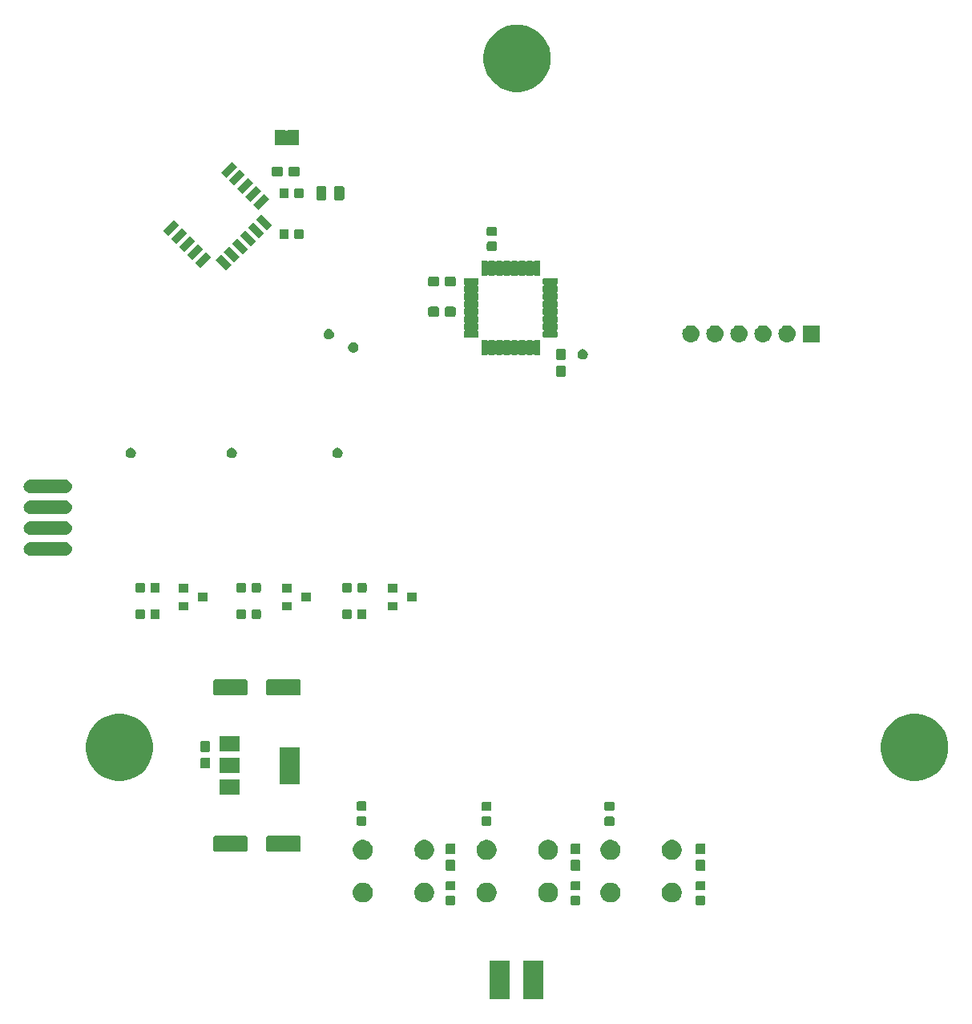
<source format=gbr>
G04 #@! TF.GenerationSoftware,KiCad,Pcbnew,(5.1.2-1)-1*
G04 #@! TF.CreationDate,2019-08-06T22:00:45+02:00*
G04 #@! TF.ProjectId,RGB-Controller#R,5247422d-436f-46e7-9472-6f6c6c657223,rev?*
G04 #@! TF.SameCoordinates,Original*
G04 #@! TF.FileFunction,Soldermask,Top*
G04 #@! TF.FilePolarity,Negative*
%FSLAX46Y46*%
G04 Gerber Fmt 4.6, Leading zero omitted, Abs format (unit mm)*
G04 Created by KiCad (PCBNEW (5.1.2-1)-1) date 2019-08-06 22:00:45*
%MOMM*%
%LPD*%
G04 APERTURE LIST*
%ADD10C,0.100000*%
G04 APERTURE END LIST*
D10*
G36*
X151038000Y-150387000D02*
G01*
X148936000Y-150387000D01*
X148936000Y-146285000D01*
X151038000Y-146285000D01*
X151038000Y-150387000D01*
X151038000Y-150387000D01*
G37*
G36*
X147482000Y-150387000D02*
G01*
X145380000Y-150387000D01*
X145380000Y-146285000D01*
X147482000Y-146285000D01*
X147482000Y-150387000D01*
X147482000Y-150387000D01*
G37*
G36*
X168019591Y-139495085D02*
G01*
X168053569Y-139505393D01*
X168084890Y-139522134D01*
X168112339Y-139544661D01*
X168134866Y-139572110D01*
X168151607Y-139603431D01*
X168161915Y-139637409D01*
X168166000Y-139678890D01*
X168166000Y-140280110D01*
X168161915Y-140321591D01*
X168151607Y-140355569D01*
X168134866Y-140386890D01*
X168112339Y-140414339D01*
X168084890Y-140436866D01*
X168053569Y-140453607D01*
X168019591Y-140463915D01*
X167978110Y-140468000D01*
X167301890Y-140468000D01*
X167260409Y-140463915D01*
X167226431Y-140453607D01*
X167195110Y-140436866D01*
X167167661Y-140414339D01*
X167145134Y-140386890D01*
X167128393Y-140355569D01*
X167118085Y-140321591D01*
X167114000Y-140280110D01*
X167114000Y-139678890D01*
X167118085Y-139637409D01*
X167128393Y-139603431D01*
X167145134Y-139572110D01*
X167167661Y-139544661D01*
X167195110Y-139522134D01*
X167226431Y-139505393D01*
X167260409Y-139495085D01*
X167301890Y-139491000D01*
X167978110Y-139491000D01*
X168019591Y-139495085D01*
X168019591Y-139495085D01*
G37*
G36*
X154811591Y-139495085D02*
G01*
X154845569Y-139505393D01*
X154876890Y-139522134D01*
X154904339Y-139544661D01*
X154926866Y-139572110D01*
X154943607Y-139603431D01*
X154953915Y-139637409D01*
X154958000Y-139678890D01*
X154958000Y-140280110D01*
X154953915Y-140321591D01*
X154943607Y-140355569D01*
X154926866Y-140386890D01*
X154904339Y-140414339D01*
X154876890Y-140436866D01*
X154845569Y-140453607D01*
X154811591Y-140463915D01*
X154770110Y-140468000D01*
X154093890Y-140468000D01*
X154052409Y-140463915D01*
X154018431Y-140453607D01*
X153987110Y-140436866D01*
X153959661Y-140414339D01*
X153937134Y-140386890D01*
X153920393Y-140355569D01*
X153910085Y-140321591D01*
X153906000Y-140280110D01*
X153906000Y-139678890D01*
X153910085Y-139637409D01*
X153920393Y-139603431D01*
X153937134Y-139572110D01*
X153959661Y-139544661D01*
X153987110Y-139522134D01*
X154018431Y-139505393D01*
X154052409Y-139495085D01*
X154093890Y-139491000D01*
X154770110Y-139491000D01*
X154811591Y-139495085D01*
X154811591Y-139495085D01*
G37*
G36*
X141603591Y-139495085D02*
G01*
X141637569Y-139505393D01*
X141668890Y-139522134D01*
X141696339Y-139544661D01*
X141718866Y-139572110D01*
X141735607Y-139603431D01*
X141745915Y-139637409D01*
X141750000Y-139678890D01*
X141750000Y-140280110D01*
X141745915Y-140321591D01*
X141735607Y-140355569D01*
X141718866Y-140386890D01*
X141696339Y-140414339D01*
X141668890Y-140436866D01*
X141637569Y-140453607D01*
X141603591Y-140463915D01*
X141562110Y-140468000D01*
X140885890Y-140468000D01*
X140844409Y-140463915D01*
X140810431Y-140453607D01*
X140779110Y-140436866D01*
X140751661Y-140414339D01*
X140729134Y-140386890D01*
X140712393Y-140355569D01*
X140702085Y-140321591D01*
X140698000Y-140280110D01*
X140698000Y-139678890D01*
X140702085Y-139637409D01*
X140712393Y-139603431D01*
X140729134Y-139572110D01*
X140751661Y-139544661D01*
X140779110Y-139522134D01*
X140810431Y-139505393D01*
X140844409Y-139495085D01*
X140885890Y-139491000D01*
X141562110Y-139491000D01*
X141603591Y-139495085D01*
X141603591Y-139495085D01*
G37*
G36*
X132263564Y-138109389D02*
G01*
X132454833Y-138188615D01*
X132454835Y-138188616D01*
X132626973Y-138303635D01*
X132773365Y-138450027D01*
X132888385Y-138622167D01*
X132967611Y-138813436D01*
X133008000Y-139016484D01*
X133008000Y-139223516D01*
X132967611Y-139426564D01*
X132911288Y-139562539D01*
X132888384Y-139617835D01*
X132773365Y-139789973D01*
X132626973Y-139936365D01*
X132454835Y-140051384D01*
X132454834Y-140051385D01*
X132454833Y-140051385D01*
X132263564Y-140130611D01*
X132060516Y-140171000D01*
X131853484Y-140171000D01*
X131650436Y-140130611D01*
X131459167Y-140051385D01*
X131459166Y-140051385D01*
X131459165Y-140051384D01*
X131287027Y-139936365D01*
X131140635Y-139789973D01*
X131025616Y-139617835D01*
X131002712Y-139562539D01*
X130946389Y-139426564D01*
X130906000Y-139223516D01*
X130906000Y-139016484D01*
X130946389Y-138813436D01*
X131025615Y-138622167D01*
X131140635Y-138450027D01*
X131287027Y-138303635D01*
X131459165Y-138188616D01*
X131459167Y-138188615D01*
X131650436Y-138109389D01*
X131853484Y-138069000D01*
X132060516Y-138069000D01*
X132263564Y-138109389D01*
X132263564Y-138109389D01*
G37*
G36*
X138763564Y-138109389D02*
G01*
X138954833Y-138188615D01*
X138954835Y-138188616D01*
X139126973Y-138303635D01*
X139273365Y-138450027D01*
X139388385Y-138622167D01*
X139467611Y-138813436D01*
X139508000Y-139016484D01*
X139508000Y-139223516D01*
X139467611Y-139426564D01*
X139411288Y-139562539D01*
X139388384Y-139617835D01*
X139273365Y-139789973D01*
X139126973Y-139936365D01*
X138954835Y-140051384D01*
X138954834Y-140051385D01*
X138954833Y-140051385D01*
X138763564Y-140130611D01*
X138560516Y-140171000D01*
X138353484Y-140171000D01*
X138150436Y-140130611D01*
X137959167Y-140051385D01*
X137959166Y-140051385D01*
X137959165Y-140051384D01*
X137787027Y-139936365D01*
X137640635Y-139789973D01*
X137525616Y-139617835D01*
X137502712Y-139562539D01*
X137446389Y-139426564D01*
X137406000Y-139223516D01*
X137406000Y-139016484D01*
X137446389Y-138813436D01*
X137525615Y-138622167D01*
X137640635Y-138450027D01*
X137787027Y-138303635D01*
X137959165Y-138188616D01*
X137959167Y-138188615D01*
X138150436Y-138109389D01*
X138353484Y-138069000D01*
X138560516Y-138069000D01*
X138763564Y-138109389D01*
X138763564Y-138109389D01*
G37*
G36*
X145340564Y-138109389D02*
G01*
X145531833Y-138188615D01*
X145531835Y-138188616D01*
X145703973Y-138303635D01*
X145850365Y-138450027D01*
X145965385Y-138622167D01*
X146044611Y-138813436D01*
X146085000Y-139016484D01*
X146085000Y-139223516D01*
X146044611Y-139426564D01*
X145988288Y-139562539D01*
X145965384Y-139617835D01*
X145850365Y-139789973D01*
X145703973Y-139936365D01*
X145531835Y-140051384D01*
X145531834Y-140051385D01*
X145531833Y-140051385D01*
X145340564Y-140130611D01*
X145137516Y-140171000D01*
X144930484Y-140171000D01*
X144727436Y-140130611D01*
X144536167Y-140051385D01*
X144536166Y-140051385D01*
X144536165Y-140051384D01*
X144364027Y-139936365D01*
X144217635Y-139789973D01*
X144102616Y-139617835D01*
X144079712Y-139562539D01*
X144023389Y-139426564D01*
X143983000Y-139223516D01*
X143983000Y-139016484D01*
X144023389Y-138813436D01*
X144102615Y-138622167D01*
X144217635Y-138450027D01*
X144364027Y-138303635D01*
X144536165Y-138188616D01*
X144536167Y-138188615D01*
X144727436Y-138109389D01*
X144930484Y-138069000D01*
X145137516Y-138069000D01*
X145340564Y-138109389D01*
X145340564Y-138109389D01*
G37*
G36*
X151840564Y-138109389D02*
G01*
X152031833Y-138188615D01*
X152031835Y-138188616D01*
X152203973Y-138303635D01*
X152350365Y-138450027D01*
X152465385Y-138622167D01*
X152544611Y-138813436D01*
X152585000Y-139016484D01*
X152585000Y-139223516D01*
X152544611Y-139426564D01*
X152488288Y-139562539D01*
X152465384Y-139617835D01*
X152350365Y-139789973D01*
X152203973Y-139936365D01*
X152031835Y-140051384D01*
X152031834Y-140051385D01*
X152031833Y-140051385D01*
X151840564Y-140130611D01*
X151637516Y-140171000D01*
X151430484Y-140171000D01*
X151227436Y-140130611D01*
X151036167Y-140051385D01*
X151036166Y-140051385D01*
X151036165Y-140051384D01*
X150864027Y-139936365D01*
X150717635Y-139789973D01*
X150602616Y-139617835D01*
X150579712Y-139562539D01*
X150523389Y-139426564D01*
X150483000Y-139223516D01*
X150483000Y-139016484D01*
X150523389Y-138813436D01*
X150602615Y-138622167D01*
X150717635Y-138450027D01*
X150864027Y-138303635D01*
X151036165Y-138188616D01*
X151036167Y-138188615D01*
X151227436Y-138109389D01*
X151430484Y-138069000D01*
X151637516Y-138069000D01*
X151840564Y-138109389D01*
X151840564Y-138109389D01*
G37*
G36*
X158421564Y-138109389D02*
G01*
X158612833Y-138188615D01*
X158612835Y-138188616D01*
X158784973Y-138303635D01*
X158931365Y-138450027D01*
X159046385Y-138622167D01*
X159125611Y-138813436D01*
X159166000Y-139016484D01*
X159166000Y-139223516D01*
X159125611Y-139426564D01*
X159069288Y-139562539D01*
X159046384Y-139617835D01*
X158931365Y-139789973D01*
X158784973Y-139936365D01*
X158612835Y-140051384D01*
X158612834Y-140051385D01*
X158612833Y-140051385D01*
X158421564Y-140130611D01*
X158218516Y-140171000D01*
X158011484Y-140171000D01*
X157808436Y-140130611D01*
X157617167Y-140051385D01*
X157617166Y-140051385D01*
X157617165Y-140051384D01*
X157445027Y-139936365D01*
X157298635Y-139789973D01*
X157183616Y-139617835D01*
X157160712Y-139562539D01*
X157104389Y-139426564D01*
X157064000Y-139223516D01*
X157064000Y-139016484D01*
X157104389Y-138813436D01*
X157183615Y-138622167D01*
X157298635Y-138450027D01*
X157445027Y-138303635D01*
X157617165Y-138188616D01*
X157617167Y-138188615D01*
X157808436Y-138109389D01*
X158011484Y-138069000D01*
X158218516Y-138069000D01*
X158421564Y-138109389D01*
X158421564Y-138109389D01*
G37*
G36*
X164921564Y-138109389D02*
G01*
X165112833Y-138188615D01*
X165112835Y-138188616D01*
X165284973Y-138303635D01*
X165431365Y-138450027D01*
X165546385Y-138622167D01*
X165625611Y-138813436D01*
X165666000Y-139016484D01*
X165666000Y-139223516D01*
X165625611Y-139426564D01*
X165569288Y-139562539D01*
X165546384Y-139617835D01*
X165431365Y-139789973D01*
X165284973Y-139936365D01*
X165112835Y-140051384D01*
X165112834Y-140051385D01*
X165112833Y-140051385D01*
X164921564Y-140130611D01*
X164718516Y-140171000D01*
X164511484Y-140171000D01*
X164308436Y-140130611D01*
X164117167Y-140051385D01*
X164117166Y-140051385D01*
X164117165Y-140051384D01*
X163945027Y-139936365D01*
X163798635Y-139789973D01*
X163683616Y-139617835D01*
X163660712Y-139562539D01*
X163604389Y-139426564D01*
X163564000Y-139223516D01*
X163564000Y-139016484D01*
X163604389Y-138813436D01*
X163683615Y-138622167D01*
X163798635Y-138450027D01*
X163945027Y-138303635D01*
X164117165Y-138188616D01*
X164117167Y-138188615D01*
X164308436Y-138109389D01*
X164511484Y-138069000D01*
X164718516Y-138069000D01*
X164921564Y-138109389D01*
X164921564Y-138109389D01*
G37*
G36*
X168019591Y-137920085D02*
G01*
X168053569Y-137930393D01*
X168084890Y-137947134D01*
X168112339Y-137969661D01*
X168134866Y-137997110D01*
X168151607Y-138028431D01*
X168161915Y-138062409D01*
X168166000Y-138103890D01*
X168166000Y-138705110D01*
X168161915Y-138746591D01*
X168151607Y-138780569D01*
X168134866Y-138811890D01*
X168112339Y-138839339D01*
X168084890Y-138861866D01*
X168053569Y-138878607D01*
X168019591Y-138888915D01*
X167978110Y-138893000D01*
X167301890Y-138893000D01*
X167260409Y-138888915D01*
X167226431Y-138878607D01*
X167195110Y-138861866D01*
X167167661Y-138839339D01*
X167145134Y-138811890D01*
X167128393Y-138780569D01*
X167118085Y-138746591D01*
X167114000Y-138705110D01*
X167114000Y-138103890D01*
X167118085Y-138062409D01*
X167128393Y-138028431D01*
X167145134Y-137997110D01*
X167167661Y-137969661D01*
X167195110Y-137947134D01*
X167226431Y-137930393D01*
X167260409Y-137920085D01*
X167301890Y-137916000D01*
X167978110Y-137916000D01*
X168019591Y-137920085D01*
X168019591Y-137920085D01*
G37*
G36*
X154811591Y-137920085D02*
G01*
X154845569Y-137930393D01*
X154876890Y-137947134D01*
X154904339Y-137969661D01*
X154926866Y-137997110D01*
X154943607Y-138028431D01*
X154953915Y-138062409D01*
X154958000Y-138103890D01*
X154958000Y-138705110D01*
X154953915Y-138746591D01*
X154943607Y-138780569D01*
X154926866Y-138811890D01*
X154904339Y-138839339D01*
X154876890Y-138861866D01*
X154845569Y-138878607D01*
X154811591Y-138888915D01*
X154770110Y-138893000D01*
X154093890Y-138893000D01*
X154052409Y-138888915D01*
X154018431Y-138878607D01*
X153987110Y-138861866D01*
X153959661Y-138839339D01*
X153937134Y-138811890D01*
X153920393Y-138780569D01*
X153910085Y-138746591D01*
X153906000Y-138705110D01*
X153906000Y-138103890D01*
X153910085Y-138062409D01*
X153920393Y-138028431D01*
X153937134Y-137997110D01*
X153959661Y-137969661D01*
X153987110Y-137947134D01*
X154018431Y-137930393D01*
X154052409Y-137920085D01*
X154093890Y-137916000D01*
X154770110Y-137916000D01*
X154811591Y-137920085D01*
X154811591Y-137920085D01*
G37*
G36*
X141603591Y-137920085D02*
G01*
X141637569Y-137930393D01*
X141668890Y-137947134D01*
X141696339Y-137969661D01*
X141718866Y-137997110D01*
X141735607Y-138028431D01*
X141745915Y-138062409D01*
X141750000Y-138103890D01*
X141750000Y-138705110D01*
X141745915Y-138746591D01*
X141735607Y-138780569D01*
X141718866Y-138811890D01*
X141696339Y-138839339D01*
X141668890Y-138861866D01*
X141637569Y-138878607D01*
X141603591Y-138888915D01*
X141562110Y-138893000D01*
X140885890Y-138893000D01*
X140844409Y-138888915D01*
X140810431Y-138878607D01*
X140779110Y-138861866D01*
X140751661Y-138839339D01*
X140729134Y-138811890D01*
X140712393Y-138780569D01*
X140702085Y-138746591D01*
X140698000Y-138705110D01*
X140698000Y-138103890D01*
X140702085Y-138062409D01*
X140712393Y-138028431D01*
X140729134Y-137997110D01*
X140751661Y-137969661D01*
X140779110Y-137947134D01*
X140810431Y-137930393D01*
X140844409Y-137920085D01*
X140885890Y-137916000D01*
X141562110Y-137916000D01*
X141603591Y-137920085D01*
X141603591Y-137920085D01*
G37*
G36*
X168004499Y-135685445D02*
G01*
X168041995Y-135696820D01*
X168076554Y-135715292D01*
X168106847Y-135740153D01*
X168131708Y-135770446D01*
X168150180Y-135805005D01*
X168161555Y-135842501D01*
X168166000Y-135887638D01*
X168166000Y-136626362D01*
X168161555Y-136671499D01*
X168150180Y-136708995D01*
X168131708Y-136743554D01*
X168106847Y-136773847D01*
X168076554Y-136798708D01*
X168041995Y-136817180D01*
X168004499Y-136828555D01*
X167959362Y-136833000D01*
X167320638Y-136833000D01*
X167275501Y-136828555D01*
X167238005Y-136817180D01*
X167203446Y-136798708D01*
X167173153Y-136773847D01*
X167148292Y-136743554D01*
X167129820Y-136708995D01*
X167118445Y-136671499D01*
X167114000Y-136626362D01*
X167114000Y-135887638D01*
X167118445Y-135842501D01*
X167129820Y-135805005D01*
X167148292Y-135770446D01*
X167173153Y-135740153D01*
X167203446Y-135715292D01*
X167238005Y-135696820D01*
X167275501Y-135685445D01*
X167320638Y-135681000D01*
X167959362Y-135681000D01*
X168004499Y-135685445D01*
X168004499Y-135685445D01*
G37*
G36*
X154796499Y-135685445D02*
G01*
X154833995Y-135696820D01*
X154868554Y-135715292D01*
X154898847Y-135740153D01*
X154923708Y-135770446D01*
X154942180Y-135805005D01*
X154953555Y-135842501D01*
X154958000Y-135887638D01*
X154958000Y-136626362D01*
X154953555Y-136671499D01*
X154942180Y-136708995D01*
X154923708Y-136743554D01*
X154898847Y-136773847D01*
X154868554Y-136798708D01*
X154833995Y-136817180D01*
X154796499Y-136828555D01*
X154751362Y-136833000D01*
X154112638Y-136833000D01*
X154067501Y-136828555D01*
X154030005Y-136817180D01*
X153995446Y-136798708D01*
X153965153Y-136773847D01*
X153940292Y-136743554D01*
X153921820Y-136708995D01*
X153910445Y-136671499D01*
X153906000Y-136626362D01*
X153906000Y-135887638D01*
X153910445Y-135842501D01*
X153921820Y-135805005D01*
X153940292Y-135770446D01*
X153965153Y-135740153D01*
X153995446Y-135715292D01*
X154030005Y-135696820D01*
X154067501Y-135685445D01*
X154112638Y-135681000D01*
X154751362Y-135681000D01*
X154796499Y-135685445D01*
X154796499Y-135685445D01*
G37*
G36*
X141588499Y-135685445D02*
G01*
X141625995Y-135696820D01*
X141660554Y-135715292D01*
X141690847Y-135740153D01*
X141715708Y-135770446D01*
X141734180Y-135805005D01*
X141745555Y-135842501D01*
X141750000Y-135887638D01*
X141750000Y-136626362D01*
X141745555Y-136671499D01*
X141734180Y-136708995D01*
X141715708Y-136743554D01*
X141690847Y-136773847D01*
X141660554Y-136798708D01*
X141625995Y-136817180D01*
X141588499Y-136828555D01*
X141543362Y-136833000D01*
X140904638Y-136833000D01*
X140859501Y-136828555D01*
X140822005Y-136817180D01*
X140787446Y-136798708D01*
X140757153Y-136773847D01*
X140732292Y-136743554D01*
X140713820Y-136708995D01*
X140702445Y-136671499D01*
X140698000Y-136626362D01*
X140698000Y-135887638D01*
X140702445Y-135842501D01*
X140713820Y-135805005D01*
X140732292Y-135770446D01*
X140757153Y-135740153D01*
X140787446Y-135715292D01*
X140822005Y-135696820D01*
X140859501Y-135685445D01*
X140904638Y-135681000D01*
X141543362Y-135681000D01*
X141588499Y-135685445D01*
X141588499Y-135685445D01*
G37*
G36*
X138763564Y-133609389D02*
G01*
X138954833Y-133688615D01*
X138954835Y-133688616D01*
X139126973Y-133803635D01*
X139273365Y-133950027D01*
X139338752Y-134047885D01*
X139388385Y-134122167D01*
X139467611Y-134313436D01*
X139508000Y-134516484D01*
X139508000Y-134723516D01*
X139467611Y-134926564D01*
X139434720Y-135005969D01*
X139388384Y-135117835D01*
X139273365Y-135289973D01*
X139126973Y-135436365D01*
X138954835Y-135551384D01*
X138954834Y-135551385D01*
X138954833Y-135551385D01*
X138763564Y-135630611D01*
X138560516Y-135671000D01*
X138353484Y-135671000D01*
X138150436Y-135630611D01*
X137959167Y-135551385D01*
X137959166Y-135551385D01*
X137959165Y-135551384D01*
X137787027Y-135436365D01*
X137640635Y-135289973D01*
X137525616Y-135117835D01*
X137479280Y-135005969D01*
X137446389Y-134926564D01*
X137406000Y-134723516D01*
X137406000Y-134516484D01*
X137446389Y-134313436D01*
X137525615Y-134122167D01*
X137575249Y-134047885D01*
X137640635Y-133950027D01*
X137787027Y-133803635D01*
X137959165Y-133688616D01*
X137959167Y-133688615D01*
X138150436Y-133609389D01*
X138353484Y-133569000D01*
X138560516Y-133569000D01*
X138763564Y-133609389D01*
X138763564Y-133609389D01*
G37*
G36*
X132263564Y-133609389D02*
G01*
X132454833Y-133688615D01*
X132454835Y-133688616D01*
X132626973Y-133803635D01*
X132773365Y-133950027D01*
X132838752Y-134047885D01*
X132888385Y-134122167D01*
X132967611Y-134313436D01*
X133008000Y-134516484D01*
X133008000Y-134723516D01*
X132967611Y-134926564D01*
X132934720Y-135005969D01*
X132888384Y-135117835D01*
X132773365Y-135289973D01*
X132626973Y-135436365D01*
X132454835Y-135551384D01*
X132454834Y-135551385D01*
X132454833Y-135551385D01*
X132263564Y-135630611D01*
X132060516Y-135671000D01*
X131853484Y-135671000D01*
X131650436Y-135630611D01*
X131459167Y-135551385D01*
X131459166Y-135551385D01*
X131459165Y-135551384D01*
X131287027Y-135436365D01*
X131140635Y-135289973D01*
X131025616Y-135117835D01*
X130979280Y-135005969D01*
X130946389Y-134926564D01*
X130906000Y-134723516D01*
X130906000Y-134516484D01*
X130946389Y-134313436D01*
X131025615Y-134122167D01*
X131075249Y-134047885D01*
X131140635Y-133950027D01*
X131287027Y-133803635D01*
X131459165Y-133688616D01*
X131459167Y-133688615D01*
X131650436Y-133609389D01*
X131853484Y-133569000D01*
X132060516Y-133569000D01*
X132263564Y-133609389D01*
X132263564Y-133609389D01*
G37*
G36*
X151840564Y-133609389D02*
G01*
X152031833Y-133688615D01*
X152031835Y-133688616D01*
X152203973Y-133803635D01*
X152350365Y-133950027D01*
X152415752Y-134047885D01*
X152465385Y-134122167D01*
X152544611Y-134313436D01*
X152585000Y-134516484D01*
X152585000Y-134723516D01*
X152544611Y-134926564D01*
X152511720Y-135005969D01*
X152465384Y-135117835D01*
X152350365Y-135289973D01*
X152203973Y-135436365D01*
X152031835Y-135551384D01*
X152031834Y-135551385D01*
X152031833Y-135551385D01*
X151840564Y-135630611D01*
X151637516Y-135671000D01*
X151430484Y-135671000D01*
X151227436Y-135630611D01*
X151036167Y-135551385D01*
X151036166Y-135551385D01*
X151036165Y-135551384D01*
X150864027Y-135436365D01*
X150717635Y-135289973D01*
X150602616Y-135117835D01*
X150556280Y-135005969D01*
X150523389Y-134926564D01*
X150483000Y-134723516D01*
X150483000Y-134516484D01*
X150523389Y-134313436D01*
X150602615Y-134122167D01*
X150652249Y-134047885D01*
X150717635Y-133950027D01*
X150864027Y-133803635D01*
X151036165Y-133688616D01*
X151036167Y-133688615D01*
X151227436Y-133609389D01*
X151430484Y-133569000D01*
X151637516Y-133569000D01*
X151840564Y-133609389D01*
X151840564Y-133609389D01*
G37*
G36*
X164921564Y-133609389D02*
G01*
X165112833Y-133688615D01*
X165112835Y-133688616D01*
X165284973Y-133803635D01*
X165431365Y-133950027D01*
X165496752Y-134047885D01*
X165546385Y-134122167D01*
X165625611Y-134313436D01*
X165666000Y-134516484D01*
X165666000Y-134723516D01*
X165625611Y-134926564D01*
X165592720Y-135005969D01*
X165546384Y-135117835D01*
X165431365Y-135289973D01*
X165284973Y-135436365D01*
X165112835Y-135551384D01*
X165112834Y-135551385D01*
X165112833Y-135551385D01*
X164921564Y-135630611D01*
X164718516Y-135671000D01*
X164511484Y-135671000D01*
X164308436Y-135630611D01*
X164117167Y-135551385D01*
X164117166Y-135551385D01*
X164117165Y-135551384D01*
X163945027Y-135436365D01*
X163798635Y-135289973D01*
X163683616Y-135117835D01*
X163637280Y-135005969D01*
X163604389Y-134926564D01*
X163564000Y-134723516D01*
X163564000Y-134516484D01*
X163604389Y-134313436D01*
X163683615Y-134122167D01*
X163733249Y-134047885D01*
X163798635Y-133950027D01*
X163945027Y-133803635D01*
X164117165Y-133688616D01*
X164117167Y-133688615D01*
X164308436Y-133609389D01*
X164511484Y-133569000D01*
X164718516Y-133569000D01*
X164921564Y-133609389D01*
X164921564Y-133609389D01*
G37*
G36*
X145340564Y-133609389D02*
G01*
X145531833Y-133688615D01*
X145531835Y-133688616D01*
X145703973Y-133803635D01*
X145850365Y-133950027D01*
X145915752Y-134047885D01*
X145965385Y-134122167D01*
X146044611Y-134313436D01*
X146085000Y-134516484D01*
X146085000Y-134723516D01*
X146044611Y-134926564D01*
X146011720Y-135005969D01*
X145965384Y-135117835D01*
X145850365Y-135289973D01*
X145703973Y-135436365D01*
X145531835Y-135551384D01*
X145531834Y-135551385D01*
X145531833Y-135551385D01*
X145340564Y-135630611D01*
X145137516Y-135671000D01*
X144930484Y-135671000D01*
X144727436Y-135630611D01*
X144536167Y-135551385D01*
X144536166Y-135551385D01*
X144536165Y-135551384D01*
X144364027Y-135436365D01*
X144217635Y-135289973D01*
X144102616Y-135117835D01*
X144056280Y-135005969D01*
X144023389Y-134926564D01*
X143983000Y-134723516D01*
X143983000Y-134516484D01*
X144023389Y-134313436D01*
X144102615Y-134122167D01*
X144152249Y-134047885D01*
X144217635Y-133950027D01*
X144364027Y-133803635D01*
X144536165Y-133688616D01*
X144536167Y-133688615D01*
X144727436Y-133609389D01*
X144930484Y-133569000D01*
X145137516Y-133569000D01*
X145340564Y-133609389D01*
X145340564Y-133609389D01*
G37*
G36*
X158421564Y-133609389D02*
G01*
X158612833Y-133688615D01*
X158612835Y-133688616D01*
X158784973Y-133803635D01*
X158931365Y-133950027D01*
X158996752Y-134047885D01*
X159046385Y-134122167D01*
X159125611Y-134313436D01*
X159166000Y-134516484D01*
X159166000Y-134723516D01*
X159125611Y-134926564D01*
X159092720Y-135005969D01*
X159046384Y-135117835D01*
X158931365Y-135289973D01*
X158784973Y-135436365D01*
X158612835Y-135551384D01*
X158612834Y-135551385D01*
X158612833Y-135551385D01*
X158421564Y-135630611D01*
X158218516Y-135671000D01*
X158011484Y-135671000D01*
X157808436Y-135630611D01*
X157617167Y-135551385D01*
X157617166Y-135551385D01*
X157617165Y-135551384D01*
X157445027Y-135436365D01*
X157298635Y-135289973D01*
X157183616Y-135117835D01*
X157137280Y-135005969D01*
X157104389Y-134926564D01*
X157064000Y-134723516D01*
X157064000Y-134516484D01*
X157104389Y-134313436D01*
X157183615Y-134122167D01*
X157233249Y-134047885D01*
X157298635Y-133950027D01*
X157445027Y-133803635D01*
X157617165Y-133688616D01*
X157617167Y-133688615D01*
X157808436Y-133609389D01*
X158011484Y-133569000D01*
X158218516Y-133569000D01*
X158421564Y-133609389D01*
X158421564Y-133609389D01*
G37*
G36*
X141588499Y-133935445D02*
G01*
X141625995Y-133946820D01*
X141660554Y-133965292D01*
X141690847Y-133990153D01*
X141715708Y-134020446D01*
X141734180Y-134055005D01*
X141745555Y-134092501D01*
X141750000Y-134137638D01*
X141750000Y-134876362D01*
X141745555Y-134921499D01*
X141734180Y-134958995D01*
X141715708Y-134993554D01*
X141690847Y-135023847D01*
X141660554Y-135048708D01*
X141625995Y-135067180D01*
X141588499Y-135078555D01*
X141543362Y-135083000D01*
X140904638Y-135083000D01*
X140859501Y-135078555D01*
X140822005Y-135067180D01*
X140787446Y-135048708D01*
X140757153Y-135023847D01*
X140732292Y-134993554D01*
X140713820Y-134958995D01*
X140702445Y-134921499D01*
X140698000Y-134876362D01*
X140698000Y-134137638D01*
X140702445Y-134092501D01*
X140713820Y-134055005D01*
X140732292Y-134020446D01*
X140757153Y-133990153D01*
X140787446Y-133965292D01*
X140822005Y-133946820D01*
X140859501Y-133935445D01*
X140904638Y-133931000D01*
X141543362Y-133931000D01*
X141588499Y-133935445D01*
X141588499Y-133935445D01*
G37*
G36*
X154796499Y-133935445D02*
G01*
X154833995Y-133946820D01*
X154868554Y-133965292D01*
X154898847Y-133990153D01*
X154923708Y-134020446D01*
X154942180Y-134055005D01*
X154953555Y-134092501D01*
X154958000Y-134137638D01*
X154958000Y-134876362D01*
X154953555Y-134921499D01*
X154942180Y-134958995D01*
X154923708Y-134993554D01*
X154898847Y-135023847D01*
X154868554Y-135048708D01*
X154833995Y-135067180D01*
X154796499Y-135078555D01*
X154751362Y-135083000D01*
X154112638Y-135083000D01*
X154067501Y-135078555D01*
X154030005Y-135067180D01*
X153995446Y-135048708D01*
X153965153Y-135023847D01*
X153940292Y-134993554D01*
X153921820Y-134958995D01*
X153910445Y-134921499D01*
X153906000Y-134876362D01*
X153906000Y-134137638D01*
X153910445Y-134092501D01*
X153921820Y-134055005D01*
X153940292Y-134020446D01*
X153965153Y-133990153D01*
X153995446Y-133965292D01*
X154030005Y-133946820D01*
X154067501Y-133935445D01*
X154112638Y-133931000D01*
X154751362Y-133931000D01*
X154796499Y-133935445D01*
X154796499Y-133935445D01*
G37*
G36*
X168004499Y-133935445D02*
G01*
X168041995Y-133946820D01*
X168076554Y-133965292D01*
X168106847Y-133990153D01*
X168131708Y-134020446D01*
X168150180Y-134055005D01*
X168161555Y-134092501D01*
X168166000Y-134137638D01*
X168166000Y-134876362D01*
X168161555Y-134921499D01*
X168150180Y-134958995D01*
X168131708Y-134993554D01*
X168106847Y-135023847D01*
X168076554Y-135048708D01*
X168041995Y-135067180D01*
X168004499Y-135078555D01*
X167959362Y-135083000D01*
X167320638Y-135083000D01*
X167275501Y-135078555D01*
X167238005Y-135067180D01*
X167203446Y-135048708D01*
X167173153Y-135023847D01*
X167148292Y-134993554D01*
X167129820Y-134958995D01*
X167118445Y-134921499D01*
X167114000Y-134876362D01*
X167114000Y-134137638D01*
X167118445Y-134092501D01*
X167129820Y-134055005D01*
X167148292Y-134020446D01*
X167173153Y-133990153D01*
X167203446Y-133965292D01*
X167238005Y-133946820D01*
X167275501Y-133935445D01*
X167320638Y-133931000D01*
X167959362Y-133931000D01*
X168004499Y-133935445D01*
X168004499Y-133935445D01*
G37*
G36*
X125226997Y-133138051D02*
G01*
X125260652Y-133148261D01*
X125291665Y-133164838D01*
X125318851Y-133187149D01*
X125341162Y-133214335D01*
X125357739Y-133245348D01*
X125367949Y-133279003D01*
X125372000Y-133320138D01*
X125372000Y-134649862D01*
X125367949Y-134690997D01*
X125357739Y-134724652D01*
X125341162Y-134755665D01*
X125318851Y-134782851D01*
X125291665Y-134805162D01*
X125260652Y-134821739D01*
X125226997Y-134831949D01*
X125185862Y-134836000D01*
X121956138Y-134836000D01*
X121915003Y-134831949D01*
X121881348Y-134821739D01*
X121850335Y-134805162D01*
X121823149Y-134782851D01*
X121800838Y-134755665D01*
X121784261Y-134724652D01*
X121774051Y-134690997D01*
X121770000Y-134649862D01*
X121770000Y-133320138D01*
X121774051Y-133279003D01*
X121784261Y-133245348D01*
X121800838Y-133214335D01*
X121823149Y-133187149D01*
X121850335Y-133164838D01*
X121881348Y-133148261D01*
X121915003Y-133138051D01*
X121956138Y-133134000D01*
X125185862Y-133134000D01*
X125226997Y-133138051D01*
X125226997Y-133138051D01*
G37*
G36*
X119626997Y-133138051D02*
G01*
X119660652Y-133148261D01*
X119691665Y-133164838D01*
X119718851Y-133187149D01*
X119741162Y-133214335D01*
X119757739Y-133245348D01*
X119767949Y-133279003D01*
X119772000Y-133320138D01*
X119772000Y-134649862D01*
X119767949Y-134690997D01*
X119757739Y-134724652D01*
X119741162Y-134755665D01*
X119718851Y-134782851D01*
X119691665Y-134805162D01*
X119660652Y-134821739D01*
X119626997Y-134831949D01*
X119585862Y-134836000D01*
X116356138Y-134836000D01*
X116315003Y-134831949D01*
X116281348Y-134821739D01*
X116250335Y-134805162D01*
X116223149Y-134782851D01*
X116200838Y-134755665D01*
X116184261Y-134724652D01*
X116174051Y-134690997D01*
X116170000Y-134649862D01*
X116170000Y-133320138D01*
X116174051Y-133279003D01*
X116184261Y-133245348D01*
X116200838Y-133214335D01*
X116223149Y-133187149D01*
X116250335Y-133164838D01*
X116281348Y-133148261D01*
X116315003Y-133138051D01*
X116356138Y-133134000D01*
X119585862Y-133134000D01*
X119626997Y-133138051D01*
X119626997Y-133138051D01*
G37*
G36*
X158393091Y-131113085D02*
G01*
X158427069Y-131123393D01*
X158458390Y-131140134D01*
X158485839Y-131162661D01*
X158508366Y-131190110D01*
X158525107Y-131221431D01*
X158535415Y-131255409D01*
X158539500Y-131296890D01*
X158539500Y-131898110D01*
X158535415Y-131939591D01*
X158525107Y-131973569D01*
X158508366Y-132004890D01*
X158485839Y-132032339D01*
X158458390Y-132054866D01*
X158427069Y-132071607D01*
X158393091Y-132081915D01*
X158351610Y-132086000D01*
X157675390Y-132086000D01*
X157633909Y-132081915D01*
X157599931Y-132071607D01*
X157568610Y-132054866D01*
X157541161Y-132032339D01*
X157518634Y-132004890D01*
X157501893Y-131973569D01*
X157491585Y-131939591D01*
X157487500Y-131898110D01*
X157487500Y-131296890D01*
X157491585Y-131255409D01*
X157501893Y-131221431D01*
X157518634Y-131190110D01*
X157541161Y-131162661D01*
X157568610Y-131140134D01*
X157599931Y-131123393D01*
X157633909Y-131113085D01*
X157675390Y-131109000D01*
X158351610Y-131109000D01*
X158393091Y-131113085D01*
X158393091Y-131113085D01*
G37*
G36*
X145413591Y-131113085D02*
G01*
X145447569Y-131123393D01*
X145478890Y-131140134D01*
X145506339Y-131162661D01*
X145528866Y-131190110D01*
X145545607Y-131221431D01*
X145555915Y-131255409D01*
X145560000Y-131296890D01*
X145560000Y-131898110D01*
X145555915Y-131939591D01*
X145545607Y-131973569D01*
X145528866Y-132004890D01*
X145506339Y-132032339D01*
X145478890Y-132054866D01*
X145447569Y-132071607D01*
X145413591Y-132081915D01*
X145372110Y-132086000D01*
X144695890Y-132086000D01*
X144654409Y-132081915D01*
X144620431Y-132071607D01*
X144589110Y-132054866D01*
X144561661Y-132032339D01*
X144539134Y-132004890D01*
X144522393Y-131973569D01*
X144512085Y-131939591D01*
X144508000Y-131898110D01*
X144508000Y-131296890D01*
X144512085Y-131255409D01*
X144522393Y-131221431D01*
X144539134Y-131190110D01*
X144561661Y-131162661D01*
X144589110Y-131140134D01*
X144620431Y-131123393D01*
X144654409Y-131113085D01*
X144695890Y-131109000D01*
X145372110Y-131109000D01*
X145413591Y-131113085D01*
X145413591Y-131113085D01*
G37*
G36*
X132205591Y-131087585D02*
G01*
X132239569Y-131097893D01*
X132270890Y-131114634D01*
X132298339Y-131137161D01*
X132320866Y-131164610D01*
X132337607Y-131195931D01*
X132347915Y-131229909D01*
X132352000Y-131271390D01*
X132352000Y-131872610D01*
X132347915Y-131914091D01*
X132337607Y-131948069D01*
X132320866Y-131979390D01*
X132298339Y-132006839D01*
X132270890Y-132029366D01*
X132239569Y-132046107D01*
X132205591Y-132056415D01*
X132164110Y-132060500D01*
X131487890Y-132060500D01*
X131446409Y-132056415D01*
X131412431Y-132046107D01*
X131381110Y-132029366D01*
X131353661Y-132006839D01*
X131331134Y-131979390D01*
X131314393Y-131948069D01*
X131304085Y-131914091D01*
X131300000Y-131872610D01*
X131300000Y-131271390D01*
X131304085Y-131229909D01*
X131314393Y-131195931D01*
X131331134Y-131164610D01*
X131353661Y-131137161D01*
X131381110Y-131114634D01*
X131412431Y-131097893D01*
X131446409Y-131087585D01*
X131487890Y-131083500D01*
X132164110Y-131083500D01*
X132205591Y-131087585D01*
X132205591Y-131087585D01*
G37*
G36*
X158393091Y-129538085D02*
G01*
X158427069Y-129548393D01*
X158458390Y-129565134D01*
X158485839Y-129587661D01*
X158508366Y-129615110D01*
X158525107Y-129646431D01*
X158535415Y-129680409D01*
X158539500Y-129721890D01*
X158539500Y-130323110D01*
X158535415Y-130364591D01*
X158525107Y-130398569D01*
X158508366Y-130429890D01*
X158485839Y-130457339D01*
X158458390Y-130479866D01*
X158427069Y-130496607D01*
X158393091Y-130506915D01*
X158351610Y-130511000D01*
X157675390Y-130511000D01*
X157633909Y-130506915D01*
X157599931Y-130496607D01*
X157568610Y-130479866D01*
X157541161Y-130457339D01*
X157518634Y-130429890D01*
X157501893Y-130398569D01*
X157491585Y-130364591D01*
X157487500Y-130323110D01*
X157487500Y-129721890D01*
X157491585Y-129680409D01*
X157501893Y-129646431D01*
X157518634Y-129615110D01*
X157541161Y-129587661D01*
X157568610Y-129565134D01*
X157599931Y-129548393D01*
X157633909Y-129538085D01*
X157675390Y-129534000D01*
X158351610Y-129534000D01*
X158393091Y-129538085D01*
X158393091Y-129538085D01*
G37*
G36*
X145413591Y-129538085D02*
G01*
X145447569Y-129548393D01*
X145478890Y-129565134D01*
X145506339Y-129587661D01*
X145528866Y-129615110D01*
X145545607Y-129646431D01*
X145555915Y-129680409D01*
X145560000Y-129721890D01*
X145560000Y-130323110D01*
X145555915Y-130364591D01*
X145545607Y-130398569D01*
X145528866Y-130429890D01*
X145506339Y-130457339D01*
X145478890Y-130479866D01*
X145447569Y-130496607D01*
X145413591Y-130506915D01*
X145372110Y-130511000D01*
X144695890Y-130511000D01*
X144654409Y-130506915D01*
X144620431Y-130496607D01*
X144589110Y-130479866D01*
X144561661Y-130457339D01*
X144539134Y-130429890D01*
X144522393Y-130398569D01*
X144512085Y-130364591D01*
X144508000Y-130323110D01*
X144508000Y-129721890D01*
X144512085Y-129680409D01*
X144522393Y-129646431D01*
X144539134Y-129615110D01*
X144561661Y-129587661D01*
X144589110Y-129565134D01*
X144620431Y-129548393D01*
X144654409Y-129538085D01*
X144695890Y-129534000D01*
X145372110Y-129534000D01*
X145413591Y-129538085D01*
X145413591Y-129538085D01*
G37*
G36*
X132205591Y-129512585D02*
G01*
X132239569Y-129522893D01*
X132270890Y-129539634D01*
X132298339Y-129562161D01*
X132320866Y-129589610D01*
X132337607Y-129620931D01*
X132347915Y-129654909D01*
X132352000Y-129696390D01*
X132352000Y-130297610D01*
X132347915Y-130339091D01*
X132337607Y-130373069D01*
X132320866Y-130404390D01*
X132298339Y-130431839D01*
X132270890Y-130454366D01*
X132239569Y-130471107D01*
X132205591Y-130481415D01*
X132164110Y-130485500D01*
X131487890Y-130485500D01*
X131446409Y-130481415D01*
X131412431Y-130471107D01*
X131381110Y-130454366D01*
X131353661Y-130431839D01*
X131331134Y-130404390D01*
X131314393Y-130373069D01*
X131304085Y-130339091D01*
X131300000Y-130297610D01*
X131300000Y-129696390D01*
X131304085Y-129654909D01*
X131314393Y-129620931D01*
X131331134Y-129589610D01*
X131353661Y-129562161D01*
X131381110Y-129539634D01*
X131412431Y-129522893D01*
X131446409Y-129512585D01*
X131487890Y-129508500D01*
X132164110Y-129508500D01*
X132205591Y-129512585D01*
X132205591Y-129512585D01*
G37*
G36*
X118957000Y-128831000D02*
G01*
X116855000Y-128831000D01*
X116855000Y-127229000D01*
X118957000Y-127229000D01*
X118957000Y-128831000D01*
X118957000Y-128831000D01*
G37*
G36*
X125257000Y-127681000D02*
G01*
X123155000Y-127681000D01*
X123155000Y-123779000D01*
X125257000Y-123779000D01*
X125257000Y-127681000D01*
X125257000Y-127681000D01*
G37*
G36*
X191298019Y-120385462D02*
G01*
X191298022Y-120385463D01*
X191298021Y-120385463D01*
X191944261Y-120653144D01*
X192525863Y-121041758D01*
X193020474Y-121536369D01*
X193409088Y-122117971D01*
X193409088Y-122117972D01*
X193676770Y-122764213D01*
X193813232Y-123450256D01*
X193813232Y-124149744D01*
X193676770Y-124835787D01*
X193641767Y-124920292D01*
X193409088Y-125482029D01*
X193020474Y-126063631D01*
X192525863Y-126558242D01*
X191944261Y-126946856D01*
X191487300Y-127136135D01*
X191298019Y-127214538D01*
X190611976Y-127351000D01*
X189912488Y-127351000D01*
X189226445Y-127214538D01*
X189037164Y-127136135D01*
X188580203Y-126946856D01*
X187998601Y-126558242D01*
X187503990Y-126063631D01*
X187115376Y-125482029D01*
X186882697Y-124920292D01*
X186847694Y-124835787D01*
X186711232Y-124149744D01*
X186711232Y-123450256D01*
X186847694Y-122764213D01*
X187115376Y-122117972D01*
X187115376Y-122117971D01*
X187503990Y-121536369D01*
X187998601Y-121041758D01*
X188580203Y-120653144D01*
X189226443Y-120385463D01*
X189226442Y-120385463D01*
X189226445Y-120385462D01*
X189912488Y-120249000D01*
X190611976Y-120249000D01*
X191298019Y-120385462D01*
X191298019Y-120385462D01*
G37*
G36*
X107293554Y-120385462D02*
G01*
X107293557Y-120385463D01*
X107293556Y-120385463D01*
X107939796Y-120653144D01*
X108521398Y-121041758D01*
X109016009Y-121536369D01*
X109404623Y-122117971D01*
X109404623Y-122117972D01*
X109672305Y-122764213D01*
X109808767Y-123450256D01*
X109808767Y-124149744D01*
X109672305Y-124835787D01*
X109637302Y-124920292D01*
X109404623Y-125482029D01*
X109016009Y-126063631D01*
X108521398Y-126558242D01*
X107939796Y-126946856D01*
X107482835Y-127136135D01*
X107293554Y-127214538D01*
X106607511Y-127351000D01*
X105908023Y-127351000D01*
X105221980Y-127214538D01*
X105032699Y-127136135D01*
X104575738Y-126946856D01*
X103994136Y-126558242D01*
X103499525Y-126063631D01*
X103110911Y-125482029D01*
X102878232Y-124920292D01*
X102843229Y-124835787D01*
X102706767Y-124149744D01*
X102706767Y-123450256D01*
X102843229Y-122764213D01*
X103110911Y-122117972D01*
X103110911Y-122117971D01*
X103499525Y-121536369D01*
X103994136Y-121041758D01*
X104575738Y-120653144D01*
X105221978Y-120385463D01*
X105221977Y-120385463D01*
X105221980Y-120385462D01*
X105908023Y-120249000D01*
X106607511Y-120249000D01*
X107293554Y-120385462D01*
X107293554Y-120385462D01*
G37*
G36*
X118957000Y-126531000D02*
G01*
X116855000Y-126531000D01*
X116855000Y-124929000D01*
X118957000Y-124929000D01*
X118957000Y-126531000D01*
X118957000Y-126531000D01*
G37*
G36*
X115680499Y-124890445D02*
G01*
X115717995Y-124901820D01*
X115752554Y-124920292D01*
X115782847Y-124945153D01*
X115807708Y-124975446D01*
X115826180Y-125010005D01*
X115837555Y-125047501D01*
X115842000Y-125092638D01*
X115842000Y-125831362D01*
X115837555Y-125876499D01*
X115826180Y-125913995D01*
X115807708Y-125948554D01*
X115782847Y-125978847D01*
X115752554Y-126003708D01*
X115717995Y-126022180D01*
X115680499Y-126033555D01*
X115635362Y-126038000D01*
X114996638Y-126038000D01*
X114951501Y-126033555D01*
X114914005Y-126022180D01*
X114879446Y-126003708D01*
X114849153Y-125978847D01*
X114824292Y-125948554D01*
X114805820Y-125913995D01*
X114794445Y-125876499D01*
X114790000Y-125831362D01*
X114790000Y-125092638D01*
X114794445Y-125047501D01*
X114805820Y-125010005D01*
X114824292Y-124975446D01*
X114849153Y-124945153D01*
X114879446Y-124920292D01*
X114914005Y-124901820D01*
X114951501Y-124890445D01*
X114996638Y-124886000D01*
X115635362Y-124886000D01*
X115680499Y-124890445D01*
X115680499Y-124890445D01*
G37*
G36*
X115680499Y-123140445D02*
G01*
X115717995Y-123151820D01*
X115752554Y-123170292D01*
X115782847Y-123195153D01*
X115807708Y-123225446D01*
X115826180Y-123260005D01*
X115837555Y-123297501D01*
X115842000Y-123342638D01*
X115842000Y-124081362D01*
X115837555Y-124126499D01*
X115826180Y-124163995D01*
X115807708Y-124198554D01*
X115782847Y-124228847D01*
X115752554Y-124253708D01*
X115717995Y-124272180D01*
X115680499Y-124283555D01*
X115635362Y-124288000D01*
X114996638Y-124288000D01*
X114951501Y-124283555D01*
X114914005Y-124272180D01*
X114879446Y-124253708D01*
X114849153Y-124228847D01*
X114824292Y-124198554D01*
X114805820Y-124163995D01*
X114794445Y-124126499D01*
X114790000Y-124081362D01*
X114790000Y-123342638D01*
X114794445Y-123297501D01*
X114805820Y-123260005D01*
X114824292Y-123225446D01*
X114849153Y-123195153D01*
X114879446Y-123170292D01*
X114914005Y-123151820D01*
X114951501Y-123140445D01*
X114996638Y-123136000D01*
X115635362Y-123136000D01*
X115680499Y-123140445D01*
X115680499Y-123140445D01*
G37*
G36*
X118957000Y-124231000D02*
G01*
X116855000Y-124231000D01*
X116855000Y-122629000D01*
X118957000Y-122629000D01*
X118957000Y-124231000D01*
X118957000Y-124231000D01*
G37*
G36*
X125226997Y-116628051D02*
G01*
X125260652Y-116638261D01*
X125291665Y-116654838D01*
X125318851Y-116677149D01*
X125341162Y-116704335D01*
X125357739Y-116735348D01*
X125367949Y-116769003D01*
X125372000Y-116810138D01*
X125372000Y-118139862D01*
X125367949Y-118180997D01*
X125357739Y-118214652D01*
X125341162Y-118245665D01*
X125318851Y-118272851D01*
X125291665Y-118295162D01*
X125260652Y-118311739D01*
X125226997Y-118321949D01*
X125185862Y-118326000D01*
X121956138Y-118326000D01*
X121915003Y-118321949D01*
X121881348Y-118311739D01*
X121850335Y-118295162D01*
X121823149Y-118272851D01*
X121800838Y-118245665D01*
X121784261Y-118214652D01*
X121774051Y-118180997D01*
X121770000Y-118139862D01*
X121770000Y-116810138D01*
X121774051Y-116769003D01*
X121784261Y-116735348D01*
X121800838Y-116704335D01*
X121823149Y-116677149D01*
X121850335Y-116654838D01*
X121881348Y-116638261D01*
X121915003Y-116628051D01*
X121956138Y-116624000D01*
X125185862Y-116624000D01*
X125226997Y-116628051D01*
X125226997Y-116628051D01*
G37*
G36*
X119626997Y-116628051D02*
G01*
X119660652Y-116638261D01*
X119691665Y-116654838D01*
X119718851Y-116677149D01*
X119741162Y-116704335D01*
X119757739Y-116735348D01*
X119767949Y-116769003D01*
X119772000Y-116810138D01*
X119772000Y-118139862D01*
X119767949Y-118180997D01*
X119757739Y-118214652D01*
X119741162Y-118245665D01*
X119718851Y-118272851D01*
X119691665Y-118295162D01*
X119660652Y-118311739D01*
X119626997Y-118321949D01*
X119585862Y-118326000D01*
X116356138Y-118326000D01*
X116315003Y-118321949D01*
X116281348Y-118311739D01*
X116250335Y-118295162D01*
X116223149Y-118272851D01*
X116200838Y-118245665D01*
X116184261Y-118214652D01*
X116174051Y-118180997D01*
X116170000Y-118139862D01*
X116170000Y-116810138D01*
X116174051Y-116769003D01*
X116184261Y-116735348D01*
X116200838Y-116704335D01*
X116223149Y-116677149D01*
X116250335Y-116654838D01*
X116281348Y-116638261D01*
X116315003Y-116628051D01*
X116356138Y-116624000D01*
X119585862Y-116624000D01*
X119626997Y-116628051D01*
X119626997Y-116628051D01*
G37*
G36*
X132193591Y-109206085D02*
G01*
X132227569Y-109216393D01*
X132258890Y-109233134D01*
X132286339Y-109255661D01*
X132308866Y-109283110D01*
X132325607Y-109314431D01*
X132335915Y-109348409D01*
X132340000Y-109389890D01*
X132340000Y-110066110D01*
X132335915Y-110107591D01*
X132325607Y-110141569D01*
X132308866Y-110172890D01*
X132286339Y-110200339D01*
X132258890Y-110222866D01*
X132227569Y-110239607D01*
X132193591Y-110249915D01*
X132152110Y-110254000D01*
X131550890Y-110254000D01*
X131509409Y-110249915D01*
X131475431Y-110239607D01*
X131444110Y-110222866D01*
X131416661Y-110200339D01*
X131394134Y-110172890D01*
X131377393Y-110141569D01*
X131367085Y-110107591D01*
X131363000Y-110066110D01*
X131363000Y-109389890D01*
X131367085Y-109348409D01*
X131377393Y-109314431D01*
X131394134Y-109283110D01*
X131416661Y-109255661D01*
X131444110Y-109233134D01*
X131475431Y-109216393D01*
X131509409Y-109206085D01*
X131550890Y-109202000D01*
X132152110Y-109202000D01*
X132193591Y-109206085D01*
X132193591Y-109206085D01*
G37*
G36*
X130618591Y-109206085D02*
G01*
X130652569Y-109216393D01*
X130683890Y-109233134D01*
X130711339Y-109255661D01*
X130733866Y-109283110D01*
X130750607Y-109314431D01*
X130760915Y-109348409D01*
X130765000Y-109389890D01*
X130765000Y-110066110D01*
X130760915Y-110107591D01*
X130750607Y-110141569D01*
X130733866Y-110172890D01*
X130711339Y-110200339D01*
X130683890Y-110222866D01*
X130652569Y-110239607D01*
X130618591Y-110249915D01*
X130577110Y-110254000D01*
X129975890Y-110254000D01*
X129934409Y-110249915D01*
X129900431Y-110239607D01*
X129869110Y-110222866D01*
X129841661Y-110200339D01*
X129819134Y-110172890D01*
X129802393Y-110141569D01*
X129792085Y-110107591D01*
X129788000Y-110066110D01*
X129788000Y-109389890D01*
X129792085Y-109348409D01*
X129802393Y-109314431D01*
X129819134Y-109283110D01*
X129841661Y-109255661D01*
X129869110Y-109233134D01*
X129900431Y-109216393D01*
X129934409Y-109206085D01*
X129975890Y-109202000D01*
X130577110Y-109202000D01*
X130618591Y-109206085D01*
X130618591Y-109206085D01*
G37*
G36*
X121043091Y-109206085D02*
G01*
X121077069Y-109216393D01*
X121108390Y-109233134D01*
X121135839Y-109255661D01*
X121158366Y-109283110D01*
X121175107Y-109314431D01*
X121185415Y-109348409D01*
X121189500Y-109389890D01*
X121189500Y-110066110D01*
X121185415Y-110107591D01*
X121175107Y-110141569D01*
X121158366Y-110172890D01*
X121135839Y-110200339D01*
X121108390Y-110222866D01*
X121077069Y-110239607D01*
X121043091Y-110249915D01*
X121001610Y-110254000D01*
X120400390Y-110254000D01*
X120358909Y-110249915D01*
X120324931Y-110239607D01*
X120293610Y-110222866D01*
X120266161Y-110200339D01*
X120243634Y-110172890D01*
X120226893Y-110141569D01*
X120216585Y-110107591D01*
X120212500Y-110066110D01*
X120212500Y-109389890D01*
X120216585Y-109348409D01*
X120226893Y-109314431D01*
X120243634Y-109283110D01*
X120266161Y-109255661D01*
X120293610Y-109233134D01*
X120324931Y-109216393D01*
X120358909Y-109206085D01*
X120400390Y-109202000D01*
X121001610Y-109202000D01*
X121043091Y-109206085D01*
X121043091Y-109206085D01*
G37*
G36*
X119468091Y-109206085D02*
G01*
X119502069Y-109216393D01*
X119533390Y-109233134D01*
X119560839Y-109255661D01*
X119583366Y-109283110D01*
X119600107Y-109314431D01*
X119610415Y-109348409D01*
X119614500Y-109389890D01*
X119614500Y-110066110D01*
X119610415Y-110107591D01*
X119600107Y-110141569D01*
X119583366Y-110172890D01*
X119560839Y-110200339D01*
X119533390Y-110222866D01*
X119502069Y-110239607D01*
X119468091Y-110249915D01*
X119426610Y-110254000D01*
X118825390Y-110254000D01*
X118783909Y-110249915D01*
X118749931Y-110239607D01*
X118718610Y-110222866D01*
X118691161Y-110200339D01*
X118668634Y-110172890D01*
X118651893Y-110141569D01*
X118641585Y-110107591D01*
X118637500Y-110066110D01*
X118637500Y-109389890D01*
X118641585Y-109348409D01*
X118651893Y-109314431D01*
X118668634Y-109283110D01*
X118691161Y-109255661D01*
X118718610Y-109233134D01*
X118749931Y-109216393D01*
X118783909Y-109206085D01*
X118825390Y-109202000D01*
X119426610Y-109202000D01*
X119468091Y-109206085D01*
X119468091Y-109206085D01*
G37*
G36*
X110349591Y-109206085D02*
G01*
X110383569Y-109216393D01*
X110414890Y-109233134D01*
X110442339Y-109255661D01*
X110464866Y-109283110D01*
X110481607Y-109314431D01*
X110491915Y-109348409D01*
X110496000Y-109389890D01*
X110496000Y-110066110D01*
X110491915Y-110107591D01*
X110481607Y-110141569D01*
X110464866Y-110172890D01*
X110442339Y-110200339D01*
X110414890Y-110222866D01*
X110383569Y-110239607D01*
X110349591Y-110249915D01*
X110308110Y-110254000D01*
X109706890Y-110254000D01*
X109665409Y-110249915D01*
X109631431Y-110239607D01*
X109600110Y-110222866D01*
X109572661Y-110200339D01*
X109550134Y-110172890D01*
X109533393Y-110141569D01*
X109523085Y-110107591D01*
X109519000Y-110066110D01*
X109519000Y-109389890D01*
X109523085Y-109348409D01*
X109533393Y-109314431D01*
X109550134Y-109283110D01*
X109572661Y-109255661D01*
X109600110Y-109233134D01*
X109631431Y-109216393D01*
X109665409Y-109206085D01*
X109706890Y-109202000D01*
X110308110Y-109202000D01*
X110349591Y-109206085D01*
X110349591Y-109206085D01*
G37*
G36*
X108774591Y-109206085D02*
G01*
X108808569Y-109216393D01*
X108839890Y-109233134D01*
X108867339Y-109255661D01*
X108889866Y-109283110D01*
X108906607Y-109314431D01*
X108916915Y-109348409D01*
X108921000Y-109389890D01*
X108921000Y-110066110D01*
X108916915Y-110107591D01*
X108906607Y-110141569D01*
X108889866Y-110172890D01*
X108867339Y-110200339D01*
X108839890Y-110222866D01*
X108808569Y-110239607D01*
X108774591Y-110249915D01*
X108733110Y-110254000D01*
X108131890Y-110254000D01*
X108090409Y-110249915D01*
X108056431Y-110239607D01*
X108025110Y-110222866D01*
X107997661Y-110200339D01*
X107975134Y-110172890D01*
X107958393Y-110141569D01*
X107948085Y-110107591D01*
X107944000Y-110066110D01*
X107944000Y-109389890D01*
X107948085Y-109348409D01*
X107958393Y-109314431D01*
X107975134Y-109283110D01*
X107997661Y-109255661D01*
X108025110Y-109233134D01*
X108056431Y-109216393D01*
X108090409Y-109206085D01*
X108131890Y-109202000D01*
X108733110Y-109202000D01*
X108774591Y-109206085D01*
X108774591Y-109206085D01*
G37*
G36*
X124453000Y-109351000D02*
G01*
X123451000Y-109351000D01*
X123451000Y-108449000D01*
X124453000Y-108449000D01*
X124453000Y-109351000D01*
X124453000Y-109351000D01*
G37*
G36*
X113531000Y-109351000D02*
G01*
X112529000Y-109351000D01*
X112529000Y-108449000D01*
X113531000Y-108449000D01*
X113531000Y-109351000D01*
X113531000Y-109351000D01*
G37*
G36*
X135629000Y-109351000D02*
G01*
X134627000Y-109351000D01*
X134627000Y-108449000D01*
X135629000Y-108449000D01*
X135629000Y-109351000D01*
X135629000Y-109351000D01*
G37*
G36*
X126453000Y-108401000D02*
G01*
X125451000Y-108401000D01*
X125451000Y-107499000D01*
X126453000Y-107499000D01*
X126453000Y-108401000D01*
X126453000Y-108401000D01*
G37*
G36*
X137629000Y-108401000D02*
G01*
X136627000Y-108401000D01*
X136627000Y-107499000D01*
X137629000Y-107499000D01*
X137629000Y-108401000D01*
X137629000Y-108401000D01*
G37*
G36*
X115531000Y-108401000D02*
G01*
X114529000Y-108401000D01*
X114529000Y-107499000D01*
X115531000Y-107499000D01*
X115531000Y-108401000D01*
X115531000Y-108401000D01*
G37*
G36*
X110349591Y-106412085D02*
G01*
X110383569Y-106422393D01*
X110414890Y-106439134D01*
X110442339Y-106461661D01*
X110464866Y-106489110D01*
X110481607Y-106520431D01*
X110491915Y-106554409D01*
X110496000Y-106595890D01*
X110496000Y-107272110D01*
X110491915Y-107313591D01*
X110481607Y-107347569D01*
X110464866Y-107378890D01*
X110442339Y-107406339D01*
X110414890Y-107428866D01*
X110383569Y-107445607D01*
X110349591Y-107455915D01*
X110308110Y-107460000D01*
X109706890Y-107460000D01*
X109665409Y-107455915D01*
X109631431Y-107445607D01*
X109600110Y-107428866D01*
X109572661Y-107406339D01*
X109550134Y-107378890D01*
X109533393Y-107347569D01*
X109523085Y-107313591D01*
X109519000Y-107272110D01*
X109519000Y-106595890D01*
X109523085Y-106554409D01*
X109533393Y-106520431D01*
X109550134Y-106489110D01*
X109572661Y-106461661D01*
X109600110Y-106439134D01*
X109631431Y-106422393D01*
X109665409Y-106412085D01*
X109706890Y-106408000D01*
X110308110Y-106408000D01*
X110349591Y-106412085D01*
X110349591Y-106412085D01*
G37*
G36*
X119468091Y-106412085D02*
G01*
X119502069Y-106422393D01*
X119533390Y-106439134D01*
X119560839Y-106461661D01*
X119583366Y-106489110D01*
X119600107Y-106520431D01*
X119610415Y-106554409D01*
X119614500Y-106595890D01*
X119614500Y-107272110D01*
X119610415Y-107313591D01*
X119600107Y-107347569D01*
X119583366Y-107378890D01*
X119560839Y-107406339D01*
X119533390Y-107428866D01*
X119502069Y-107445607D01*
X119468091Y-107455915D01*
X119426610Y-107460000D01*
X118825390Y-107460000D01*
X118783909Y-107455915D01*
X118749931Y-107445607D01*
X118718610Y-107428866D01*
X118691161Y-107406339D01*
X118668634Y-107378890D01*
X118651893Y-107347569D01*
X118641585Y-107313591D01*
X118637500Y-107272110D01*
X118637500Y-106595890D01*
X118641585Y-106554409D01*
X118651893Y-106520431D01*
X118668634Y-106489110D01*
X118691161Y-106461661D01*
X118718610Y-106439134D01*
X118749931Y-106422393D01*
X118783909Y-106412085D01*
X118825390Y-106408000D01*
X119426610Y-106408000D01*
X119468091Y-106412085D01*
X119468091Y-106412085D01*
G37*
G36*
X108774591Y-106412085D02*
G01*
X108808569Y-106422393D01*
X108839890Y-106439134D01*
X108867339Y-106461661D01*
X108889866Y-106489110D01*
X108906607Y-106520431D01*
X108916915Y-106554409D01*
X108921000Y-106595890D01*
X108921000Y-107272110D01*
X108916915Y-107313591D01*
X108906607Y-107347569D01*
X108889866Y-107378890D01*
X108867339Y-107406339D01*
X108839890Y-107428866D01*
X108808569Y-107445607D01*
X108774591Y-107455915D01*
X108733110Y-107460000D01*
X108131890Y-107460000D01*
X108090409Y-107455915D01*
X108056431Y-107445607D01*
X108025110Y-107428866D01*
X107997661Y-107406339D01*
X107975134Y-107378890D01*
X107958393Y-107347569D01*
X107948085Y-107313591D01*
X107944000Y-107272110D01*
X107944000Y-106595890D01*
X107948085Y-106554409D01*
X107958393Y-106520431D01*
X107975134Y-106489110D01*
X107997661Y-106461661D01*
X108025110Y-106439134D01*
X108056431Y-106422393D01*
X108090409Y-106412085D01*
X108131890Y-106408000D01*
X108733110Y-106408000D01*
X108774591Y-106412085D01*
X108774591Y-106412085D01*
G37*
G36*
X132219091Y-106412085D02*
G01*
X132253069Y-106422393D01*
X132284390Y-106439134D01*
X132311839Y-106461661D01*
X132334366Y-106489110D01*
X132351107Y-106520431D01*
X132361415Y-106554409D01*
X132365500Y-106595890D01*
X132365500Y-107272110D01*
X132361415Y-107313591D01*
X132351107Y-107347569D01*
X132334366Y-107378890D01*
X132311839Y-107406339D01*
X132284390Y-107428866D01*
X132253069Y-107445607D01*
X132219091Y-107455915D01*
X132177610Y-107460000D01*
X131576390Y-107460000D01*
X131534909Y-107455915D01*
X131500931Y-107445607D01*
X131469610Y-107428866D01*
X131442161Y-107406339D01*
X131419634Y-107378890D01*
X131402893Y-107347569D01*
X131392585Y-107313591D01*
X131388500Y-107272110D01*
X131388500Y-106595890D01*
X131392585Y-106554409D01*
X131402893Y-106520431D01*
X131419634Y-106489110D01*
X131442161Y-106461661D01*
X131469610Y-106439134D01*
X131500931Y-106422393D01*
X131534909Y-106412085D01*
X131576390Y-106408000D01*
X132177610Y-106408000D01*
X132219091Y-106412085D01*
X132219091Y-106412085D01*
G37*
G36*
X130644091Y-106412085D02*
G01*
X130678069Y-106422393D01*
X130709390Y-106439134D01*
X130736839Y-106461661D01*
X130759366Y-106489110D01*
X130776107Y-106520431D01*
X130786415Y-106554409D01*
X130790500Y-106595890D01*
X130790500Y-107272110D01*
X130786415Y-107313591D01*
X130776107Y-107347569D01*
X130759366Y-107378890D01*
X130736839Y-107406339D01*
X130709390Y-107428866D01*
X130678069Y-107445607D01*
X130644091Y-107455915D01*
X130602610Y-107460000D01*
X130001390Y-107460000D01*
X129959909Y-107455915D01*
X129925931Y-107445607D01*
X129894610Y-107428866D01*
X129867161Y-107406339D01*
X129844634Y-107378890D01*
X129827893Y-107347569D01*
X129817585Y-107313591D01*
X129813500Y-107272110D01*
X129813500Y-106595890D01*
X129817585Y-106554409D01*
X129827893Y-106520431D01*
X129844634Y-106489110D01*
X129867161Y-106461661D01*
X129894610Y-106439134D01*
X129925931Y-106422393D01*
X129959909Y-106412085D01*
X130001390Y-106408000D01*
X130602610Y-106408000D01*
X130644091Y-106412085D01*
X130644091Y-106412085D01*
G37*
G36*
X121043091Y-106412085D02*
G01*
X121077069Y-106422393D01*
X121108390Y-106439134D01*
X121135839Y-106461661D01*
X121158366Y-106489110D01*
X121175107Y-106520431D01*
X121185415Y-106554409D01*
X121189500Y-106595890D01*
X121189500Y-107272110D01*
X121185415Y-107313591D01*
X121175107Y-107347569D01*
X121158366Y-107378890D01*
X121135839Y-107406339D01*
X121108390Y-107428866D01*
X121077069Y-107445607D01*
X121043091Y-107455915D01*
X121001610Y-107460000D01*
X120400390Y-107460000D01*
X120358909Y-107455915D01*
X120324931Y-107445607D01*
X120293610Y-107428866D01*
X120266161Y-107406339D01*
X120243634Y-107378890D01*
X120226893Y-107347569D01*
X120216585Y-107313591D01*
X120212500Y-107272110D01*
X120212500Y-106595890D01*
X120216585Y-106554409D01*
X120226893Y-106520431D01*
X120243634Y-106489110D01*
X120266161Y-106461661D01*
X120293610Y-106439134D01*
X120324931Y-106422393D01*
X120358909Y-106412085D01*
X120400390Y-106408000D01*
X121001610Y-106408000D01*
X121043091Y-106412085D01*
X121043091Y-106412085D01*
G37*
G36*
X135629000Y-107451000D02*
G01*
X134627000Y-107451000D01*
X134627000Y-106549000D01*
X135629000Y-106549000D01*
X135629000Y-107451000D01*
X135629000Y-107451000D01*
G37*
G36*
X124453000Y-107451000D02*
G01*
X123451000Y-107451000D01*
X123451000Y-106549000D01*
X124453000Y-106549000D01*
X124453000Y-107451000D01*
X124453000Y-107451000D01*
G37*
G36*
X113531000Y-107451000D02*
G01*
X112529000Y-107451000D01*
X112529000Y-106549000D01*
X113531000Y-106549000D01*
X113531000Y-107451000D01*
X113531000Y-107451000D01*
G37*
G36*
X100666421Y-102153743D02*
G01*
X100798557Y-102193827D01*
X100798559Y-102193828D01*
X100920339Y-102258920D01*
X100920341Y-102258921D01*
X100920340Y-102258921D01*
X101027080Y-102346520D01*
X101114679Y-102453260D01*
X101179773Y-102575043D01*
X101219857Y-102707179D01*
X101233391Y-102844600D01*
X101219857Y-102982021D01*
X101179773Y-103114157D01*
X101179772Y-103114159D01*
X101114680Y-103235939D01*
X101027080Y-103342680D01*
X100920339Y-103430280D01*
X100798559Y-103495372D01*
X100798557Y-103495373D01*
X100666421Y-103535457D01*
X100563432Y-103545600D01*
X96794568Y-103545600D01*
X96691579Y-103535457D01*
X96559443Y-103495373D01*
X96559441Y-103495372D01*
X96437661Y-103430280D01*
X96330920Y-103342680D01*
X96243320Y-103235939D01*
X96178228Y-103114159D01*
X96178227Y-103114157D01*
X96138143Y-102982021D01*
X96124609Y-102844600D01*
X96138143Y-102707179D01*
X96178227Y-102575043D01*
X96243321Y-102453260D01*
X96330920Y-102346520D01*
X96437660Y-102258921D01*
X96437659Y-102258921D01*
X96437661Y-102258920D01*
X96559441Y-102193828D01*
X96559443Y-102193827D01*
X96691579Y-102153743D01*
X96794568Y-102143600D01*
X100563432Y-102143600D01*
X100666421Y-102153743D01*
X100666421Y-102153743D01*
G37*
G36*
X100666421Y-99953743D02*
G01*
X100798557Y-99993827D01*
X100798559Y-99993828D01*
X100920339Y-100058920D01*
X100920341Y-100058921D01*
X100920340Y-100058921D01*
X101027080Y-100146520D01*
X101114679Y-100253260D01*
X101179773Y-100375043D01*
X101219857Y-100507179D01*
X101233391Y-100644600D01*
X101219857Y-100782021D01*
X101179773Y-100914157D01*
X101179772Y-100914159D01*
X101114680Y-101035939D01*
X101027080Y-101142680D01*
X100920339Y-101230280D01*
X100798559Y-101295372D01*
X100798557Y-101295373D01*
X100666421Y-101335457D01*
X100563432Y-101345600D01*
X96794568Y-101345600D01*
X96691579Y-101335457D01*
X96559443Y-101295373D01*
X96559441Y-101295372D01*
X96437661Y-101230280D01*
X96330920Y-101142680D01*
X96243320Y-101035939D01*
X96178228Y-100914159D01*
X96178227Y-100914157D01*
X96138143Y-100782021D01*
X96124609Y-100644600D01*
X96138143Y-100507179D01*
X96178227Y-100375043D01*
X96243321Y-100253260D01*
X96330920Y-100146520D01*
X96437660Y-100058921D01*
X96437659Y-100058921D01*
X96437661Y-100058920D01*
X96559441Y-99993828D01*
X96559443Y-99993827D01*
X96691579Y-99953743D01*
X96794568Y-99943600D01*
X100563432Y-99943600D01*
X100666421Y-99953743D01*
X100666421Y-99953743D01*
G37*
G36*
X100666421Y-97753743D02*
G01*
X100798557Y-97793827D01*
X100798559Y-97793828D01*
X100920339Y-97858920D01*
X100920341Y-97858921D01*
X100920340Y-97858921D01*
X101027080Y-97946520D01*
X101114679Y-98053260D01*
X101179773Y-98175043D01*
X101219857Y-98307179D01*
X101233391Y-98444600D01*
X101219857Y-98582021D01*
X101179773Y-98714157D01*
X101179772Y-98714159D01*
X101114680Y-98835939D01*
X101027080Y-98942680D01*
X100920339Y-99030280D01*
X100798559Y-99095372D01*
X100798557Y-99095373D01*
X100666421Y-99135457D01*
X100563432Y-99145600D01*
X96794568Y-99145600D01*
X96691579Y-99135457D01*
X96559443Y-99095373D01*
X96559441Y-99095372D01*
X96437661Y-99030280D01*
X96330920Y-98942680D01*
X96243320Y-98835939D01*
X96178228Y-98714159D01*
X96178227Y-98714157D01*
X96138143Y-98582021D01*
X96124609Y-98444600D01*
X96138143Y-98307179D01*
X96178227Y-98175043D01*
X96243321Y-98053260D01*
X96330920Y-97946520D01*
X96437660Y-97858921D01*
X96437659Y-97858921D01*
X96437661Y-97858920D01*
X96559441Y-97793828D01*
X96559443Y-97793827D01*
X96691579Y-97753743D01*
X96794568Y-97743600D01*
X100563432Y-97743600D01*
X100666421Y-97753743D01*
X100666421Y-97753743D01*
G37*
G36*
X100666421Y-95553743D02*
G01*
X100798557Y-95593827D01*
X100798559Y-95593828D01*
X100920339Y-95658920D01*
X100920341Y-95658921D01*
X100920340Y-95658921D01*
X101027080Y-95746520D01*
X101114679Y-95853260D01*
X101179773Y-95975043D01*
X101219857Y-96107179D01*
X101233391Y-96244600D01*
X101219857Y-96382021D01*
X101179773Y-96514157D01*
X101179772Y-96514159D01*
X101114680Y-96635939D01*
X101027080Y-96742680D01*
X100920339Y-96830280D01*
X100798559Y-96895372D01*
X100798557Y-96895373D01*
X100666421Y-96935457D01*
X100563432Y-96945600D01*
X96794568Y-96945600D01*
X96691579Y-96935457D01*
X96559443Y-96895373D01*
X96559441Y-96895372D01*
X96437661Y-96830280D01*
X96330920Y-96742680D01*
X96243320Y-96635939D01*
X96178228Y-96514159D01*
X96178227Y-96514157D01*
X96138143Y-96382021D01*
X96124609Y-96244600D01*
X96138143Y-96107179D01*
X96178227Y-95975043D01*
X96243321Y-95853260D01*
X96330920Y-95746520D01*
X96437660Y-95658921D01*
X96437659Y-95658921D01*
X96437661Y-95658920D01*
X96559441Y-95593828D01*
X96559443Y-95593827D01*
X96691579Y-95553743D01*
X96794568Y-95543600D01*
X100563432Y-95543600D01*
X100666421Y-95553743D01*
X100666421Y-95553743D01*
G37*
G36*
X107602721Y-92180174D02*
G01*
X107702995Y-92221709D01*
X107702996Y-92221710D01*
X107793242Y-92282010D01*
X107869990Y-92358758D01*
X107869991Y-92358760D01*
X107930291Y-92449005D01*
X107971826Y-92549279D01*
X107993000Y-92655730D01*
X107993000Y-92764270D01*
X107971826Y-92870721D01*
X107930291Y-92970995D01*
X107930290Y-92970996D01*
X107869990Y-93061242D01*
X107793242Y-93137990D01*
X107747812Y-93168345D01*
X107702995Y-93198291D01*
X107602721Y-93239826D01*
X107496270Y-93261000D01*
X107387730Y-93261000D01*
X107281279Y-93239826D01*
X107181005Y-93198291D01*
X107136188Y-93168345D01*
X107090758Y-93137990D01*
X107014010Y-93061242D01*
X106953710Y-92970996D01*
X106953709Y-92970995D01*
X106912174Y-92870721D01*
X106891000Y-92764270D01*
X106891000Y-92655730D01*
X106912174Y-92549279D01*
X106953709Y-92449005D01*
X107014009Y-92358760D01*
X107014010Y-92358758D01*
X107090758Y-92282010D01*
X107181004Y-92221710D01*
X107181005Y-92221709D01*
X107281279Y-92180174D01*
X107387730Y-92159000D01*
X107496270Y-92159000D01*
X107602721Y-92180174D01*
X107602721Y-92180174D01*
G37*
G36*
X118270721Y-92180174D02*
G01*
X118370995Y-92221709D01*
X118370996Y-92221710D01*
X118461242Y-92282010D01*
X118537990Y-92358758D01*
X118537991Y-92358760D01*
X118598291Y-92449005D01*
X118639826Y-92549279D01*
X118661000Y-92655730D01*
X118661000Y-92764270D01*
X118639826Y-92870721D01*
X118598291Y-92970995D01*
X118598290Y-92970996D01*
X118537990Y-93061242D01*
X118461242Y-93137990D01*
X118415812Y-93168345D01*
X118370995Y-93198291D01*
X118270721Y-93239826D01*
X118164270Y-93261000D01*
X118055730Y-93261000D01*
X117949279Y-93239826D01*
X117849005Y-93198291D01*
X117804188Y-93168345D01*
X117758758Y-93137990D01*
X117682010Y-93061242D01*
X117621710Y-92970996D01*
X117621709Y-92970995D01*
X117580174Y-92870721D01*
X117559000Y-92764270D01*
X117559000Y-92655730D01*
X117580174Y-92549279D01*
X117621709Y-92449005D01*
X117682009Y-92358760D01*
X117682010Y-92358758D01*
X117758758Y-92282010D01*
X117849004Y-92221710D01*
X117849005Y-92221709D01*
X117949279Y-92180174D01*
X118055730Y-92159000D01*
X118164270Y-92159000D01*
X118270721Y-92180174D01*
X118270721Y-92180174D01*
G37*
G36*
X129446721Y-92180174D02*
G01*
X129546995Y-92221709D01*
X129546996Y-92221710D01*
X129637242Y-92282010D01*
X129713990Y-92358758D01*
X129713991Y-92358760D01*
X129774291Y-92449005D01*
X129815826Y-92549279D01*
X129837000Y-92655730D01*
X129837000Y-92764270D01*
X129815826Y-92870721D01*
X129774291Y-92970995D01*
X129774290Y-92970996D01*
X129713990Y-93061242D01*
X129637242Y-93137990D01*
X129591812Y-93168345D01*
X129546995Y-93198291D01*
X129446721Y-93239826D01*
X129340270Y-93261000D01*
X129231730Y-93261000D01*
X129125279Y-93239826D01*
X129025005Y-93198291D01*
X128980188Y-93168345D01*
X128934758Y-93137990D01*
X128858010Y-93061242D01*
X128797710Y-92970996D01*
X128797709Y-92970995D01*
X128756174Y-92870721D01*
X128735000Y-92764270D01*
X128735000Y-92655730D01*
X128756174Y-92549279D01*
X128797709Y-92449005D01*
X128858009Y-92358760D01*
X128858010Y-92358758D01*
X128934758Y-92282010D01*
X129025004Y-92221710D01*
X129025005Y-92221709D01*
X129125279Y-92180174D01*
X129231730Y-92159000D01*
X129340270Y-92159000D01*
X129446721Y-92180174D01*
X129446721Y-92180174D01*
G37*
G36*
X153272499Y-83502445D02*
G01*
X153309995Y-83513820D01*
X153344554Y-83532292D01*
X153374847Y-83557153D01*
X153399708Y-83587446D01*
X153418180Y-83622005D01*
X153429555Y-83659501D01*
X153434000Y-83704638D01*
X153434000Y-84443362D01*
X153429555Y-84488499D01*
X153418180Y-84525995D01*
X153399708Y-84560554D01*
X153374847Y-84590847D01*
X153344554Y-84615708D01*
X153309995Y-84634180D01*
X153272499Y-84645555D01*
X153227362Y-84650000D01*
X152588638Y-84650000D01*
X152543501Y-84645555D01*
X152506005Y-84634180D01*
X152471446Y-84615708D01*
X152441153Y-84590847D01*
X152416292Y-84560554D01*
X152397820Y-84525995D01*
X152386445Y-84488499D01*
X152382000Y-84443362D01*
X152382000Y-83704638D01*
X152386445Y-83659501D01*
X152397820Y-83622005D01*
X152416292Y-83587446D01*
X152441153Y-83557153D01*
X152471446Y-83532292D01*
X152506005Y-83513820D01*
X152543501Y-83502445D01*
X152588638Y-83498000D01*
X153227362Y-83498000D01*
X153272499Y-83502445D01*
X153272499Y-83502445D01*
G37*
G36*
X153272499Y-81752445D02*
G01*
X153309995Y-81763820D01*
X153344554Y-81782292D01*
X153374847Y-81807153D01*
X153399708Y-81837446D01*
X153418180Y-81872005D01*
X153429555Y-81909501D01*
X153434000Y-81954638D01*
X153434000Y-82693362D01*
X153429555Y-82738499D01*
X153418180Y-82775995D01*
X153399708Y-82810554D01*
X153374847Y-82840847D01*
X153344554Y-82865708D01*
X153309995Y-82884180D01*
X153272499Y-82895555D01*
X153227362Y-82900000D01*
X152588638Y-82900000D01*
X152543501Y-82895555D01*
X152506005Y-82884180D01*
X152471446Y-82865708D01*
X152441153Y-82840847D01*
X152416292Y-82810554D01*
X152397820Y-82775995D01*
X152386445Y-82738499D01*
X152382000Y-82693362D01*
X152382000Y-81954638D01*
X152386445Y-81909501D01*
X152397820Y-81872005D01*
X152416292Y-81837446D01*
X152441153Y-81807153D01*
X152471446Y-81782292D01*
X152506005Y-81763820D01*
X152543501Y-81752445D01*
X152588638Y-81748000D01*
X153227362Y-81748000D01*
X153272499Y-81752445D01*
X153272499Y-81752445D01*
G37*
G36*
X155354721Y-81766174D02*
G01*
X155454995Y-81807709D01*
X155454996Y-81807710D01*
X155545242Y-81868010D01*
X155621990Y-81944758D01*
X155631968Y-81959691D01*
X155682291Y-82035005D01*
X155723826Y-82135279D01*
X155745000Y-82241730D01*
X155745000Y-82350270D01*
X155723826Y-82456721D01*
X155682291Y-82556995D01*
X155682290Y-82556996D01*
X155621990Y-82647242D01*
X155545242Y-82723990D01*
X155499812Y-82754345D01*
X155454995Y-82784291D01*
X155354721Y-82825826D01*
X155248270Y-82847000D01*
X155139730Y-82847000D01*
X155033279Y-82825826D01*
X154933005Y-82784291D01*
X154888188Y-82754345D01*
X154842758Y-82723990D01*
X154766010Y-82647242D01*
X154705710Y-82556996D01*
X154705709Y-82556995D01*
X154664174Y-82456721D01*
X154643000Y-82350270D01*
X154643000Y-82241730D01*
X154664174Y-82135279D01*
X154705709Y-82035005D01*
X154756032Y-81959691D01*
X154766010Y-81944758D01*
X154842758Y-81868010D01*
X154933004Y-81807710D01*
X154933005Y-81807709D01*
X155033279Y-81766174D01*
X155139730Y-81745000D01*
X155248270Y-81745000D01*
X155354721Y-81766174D01*
X155354721Y-81766174D01*
G37*
G36*
X145020051Y-80776284D02*
G01*
X145036443Y-80781257D01*
X145051555Y-80789334D01*
X145064798Y-80800202D01*
X145075667Y-80813447D01*
X145079761Y-80821106D01*
X145093374Y-80841480D01*
X145110701Y-80858807D01*
X145131076Y-80872421D01*
X145153714Y-80881798D01*
X145177748Y-80886579D01*
X145202252Y-80886579D01*
X145226285Y-80881799D01*
X145248924Y-80872421D01*
X145269298Y-80858808D01*
X145286625Y-80841481D01*
X145300239Y-80821106D01*
X145304333Y-80813447D01*
X145315202Y-80800202D01*
X145328445Y-80789334D01*
X145343557Y-80781257D01*
X145359949Y-80776284D01*
X145383141Y-80774000D01*
X145796859Y-80774000D01*
X145820051Y-80776284D01*
X145836443Y-80781257D01*
X145851555Y-80789334D01*
X145864798Y-80800202D01*
X145875667Y-80813447D01*
X145879761Y-80821106D01*
X145893374Y-80841480D01*
X145910701Y-80858807D01*
X145931076Y-80872421D01*
X145953714Y-80881798D01*
X145977748Y-80886579D01*
X146002252Y-80886579D01*
X146026285Y-80881799D01*
X146048924Y-80872421D01*
X146069298Y-80858808D01*
X146086625Y-80841481D01*
X146100239Y-80821106D01*
X146104333Y-80813447D01*
X146115202Y-80800202D01*
X146128445Y-80789334D01*
X146143557Y-80781257D01*
X146159949Y-80776284D01*
X146183141Y-80774000D01*
X146596859Y-80774000D01*
X146620051Y-80776284D01*
X146636443Y-80781257D01*
X146651555Y-80789334D01*
X146664798Y-80800202D01*
X146675667Y-80813447D01*
X146679761Y-80821106D01*
X146693374Y-80841480D01*
X146710701Y-80858807D01*
X146731076Y-80872421D01*
X146753714Y-80881798D01*
X146777748Y-80886579D01*
X146802252Y-80886579D01*
X146826285Y-80881799D01*
X146848924Y-80872421D01*
X146869298Y-80858808D01*
X146886625Y-80841481D01*
X146900239Y-80821106D01*
X146904333Y-80813447D01*
X146915202Y-80800202D01*
X146928445Y-80789334D01*
X146943557Y-80781257D01*
X146959949Y-80776284D01*
X146983141Y-80774000D01*
X147396859Y-80774000D01*
X147420051Y-80776284D01*
X147436443Y-80781257D01*
X147451555Y-80789334D01*
X147464798Y-80800202D01*
X147475667Y-80813447D01*
X147479761Y-80821106D01*
X147493374Y-80841480D01*
X147510701Y-80858807D01*
X147531076Y-80872421D01*
X147553714Y-80881798D01*
X147577748Y-80886579D01*
X147602252Y-80886579D01*
X147626285Y-80881799D01*
X147648924Y-80872421D01*
X147669298Y-80858808D01*
X147686625Y-80841481D01*
X147700239Y-80821106D01*
X147704333Y-80813447D01*
X147715202Y-80800202D01*
X147728445Y-80789334D01*
X147743557Y-80781257D01*
X147759949Y-80776284D01*
X147783141Y-80774000D01*
X148196859Y-80774000D01*
X148220051Y-80776284D01*
X148236443Y-80781257D01*
X148251555Y-80789334D01*
X148264798Y-80800202D01*
X148275667Y-80813447D01*
X148279761Y-80821106D01*
X148293374Y-80841480D01*
X148310701Y-80858807D01*
X148331076Y-80872421D01*
X148353714Y-80881798D01*
X148377748Y-80886579D01*
X148402252Y-80886579D01*
X148426285Y-80881799D01*
X148448924Y-80872421D01*
X148469298Y-80858808D01*
X148486625Y-80841481D01*
X148500239Y-80821106D01*
X148504333Y-80813447D01*
X148515202Y-80800202D01*
X148528445Y-80789334D01*
X148543557Y-80781257D01*
X148559949Y-80776284D01*
X148583141Y-80774000D01*
X148996859Y-80774000D01*
X149020051Y-80776284D01*
X149036443Y-80781257D01*
X149051555Y-80789334D01*
X149064798Y-80800202D01*
X149075667Y-80813447D01*
X149079761Y-80821106D01*
X149093374Y-80841480D01*
X149110701Y-80858807D01*
X149131076Y-80872421D01*
X149153714Y-80881798D01*
X149177748Y-80886579D01*
X149202252Y-80886579D01*
X149226285Y-80881799D01*
X149248924Y-80872421D01*
X149269298Y-80858808D01*
X149286625Y-80841481D01*
X149300239Y-80821106D01*
X149304333Y-80813447D01*
X149315202Y-80800202D01*
X149328445Y-80789334D01*
X149343557Y-80781257D01*
X149359949Y-80776284D01*
X149383141Y-80774000D01*
X149796859Y-80774000D01*
X149820051Y-80776284D01*
X149836443Y-80781257D01*
X149851555Y-80789334D01*
X149864798Y-80800202D01*
X149875667Y-80813447D01*
X149879761Y-80821106D01*
X149893374Y-80841480D01*
X149910701Y-80858807D01*
X149931076Y-80872421D01*
X149953714Y-80881798D01*
X149977748Y-80886579D01*
X150002252Y-80886579D01*
X150026285Y-80881799D01*
X150048924Y-80872421D01*
X150069298Y-80858808D01*
X150086625Y-80841481D01*
X150100239Y-80821106D01*
X150104333Y-80813447D01*
X150115202Y-80800202D01*
X150128445Y-80789334D01*
X150143557Y-80781257D01*
X150159949Y-80776284D01*
X150183141Y-80774000D01*
X150596859Y-80774000D01*
X150620051Y-80776284D01*
X150636443Y-80781257D01*
X150651555Y-80789334D01*
X150664798Y-80800202D01*
X150675666Y-80813445D01*
X150683743Y-80828557D01*
X150688716Y-80844949D01*
X150691000Y-80868141D01*
X150691000Y-82281859D01*
X150688716Y-82305051D01*
X150683743Y-82321443D01*
X150675666Y-82336555D01*
X150664798Y-82349798D01*
X150651555Y-82360666D01*
X150636443Y-82368743D01*
X150620051Y-82373716D01*
X150596859Y-82376000D01*
X150183141Y-82376000D01*
X150159949Y-82373716D01*
X150143557Y-82368743D01*
X150128445Y-82360666D01*
X150115202Y-82349798D01*
X150104333Y-82336553D01*
X150100239Y-82328894D01*
X150086626Y-82308520D01*
X150069299Y-82291193D01*
X150048924Y-82277579D01*
X150026286Y-82268202D01*
X150002252Y-82263421D01*
X149977748Y-82263421D01*
X149953715Y-82268201D01*
X149931076Y-82277579D01*
X149910702Y-82291192D01*
X149893375Y-82308519D01*
X149879761Y-82328894D01*
X149875667Y-82336553D01*
X149864798Y-82349798D01*
X149851555Y-82360666D01*
X149836443Y-82368743D01*
X149820051Y-82373716D01*
X149796859Y-82376000D01*
X149383141Y-82376000D01*
X149359949Y-82373716D01*
X149343557Y-82368743D01*
X149328445Y-82360666D01*
X149315202Y-82349798D01*
X149304333Y-82336553D01*
X149300239Y-82328894D01*
X149286626Y-82308520D01*
X149269299Y-82291193D01*
X149248924Y-82277579D01*
X149226286Y-82268202D01*
X149202252Y-82263421D01*
X149177748Y-82263421D01*
X149153715Y-82268201D01*
X149131076Y-82277579D01*
X149110702Y-82291192D01*
X149093375Y-82308519D01*
X149079761Y-82328894D01*
X149075667Y-82336553D01*
X149064798Y-82349798D01*
X149051555Y-82360666D01*
X149036443Y-82368743D01*
X149020051Y-82373716D01*
X148996859Y-82376000D01*
X148583141Y-82376000D01*
X148559949Y-82373716D01*
X148543557Y-82368743D01*
X148528445Y-82360666D01*
X148515202Y-82349798D01*
X148504333Y-82336553D01*
X148500239Y-82328894D01*
X148486626Y-82308520D01*
X148469299Y-82291193D01*
X148448924Y-82277579D01*
X148426286Y-82268202D01*
X148402252Y-82263421D01*
X148377748Y-82263421D01*
X148353715Y-82268201D01*
X148331076Y-82277579D01*
X148310702Y-82291192D01*
X148293375Y-82308519D01*
X148279761Y-82328894D01*
X148275667Y-82336553D01*
X148264798Y-82349798D01*
X148251555Y-82360666D01*
X148236443Y-82368743D01*
X148220051Y-82373716D01*
X148196859Y-82376000D01*
X147783141Y-82376000D01*
X147759949Y-82373716D01*
X147743557Y-82368743D01*
X147728445Y-82360666D01*
X147715202Y-82349798D01*
X147704333Y-82336553D01*
X147700239Y-82328894D01*
X147686626Y-82308520D01*
X147669299Y-82291193D01*
X147648924Y-82277579D01*
X147626286Y-82268202D01*
X147602252Y-82263421D01*
X147577748Y-82263421D01*
X147553715Y-82268201D01*
X147531076Y-82277579D01*
X147510702Y-82291192D01*
X147493375Y-82308519D01*
X147479761Y-82328894D01*
X147475667Y-82336553D01*
X147464798Y-82349798D01*
X147451555Y-82360666D01*
X147436443Y-82368743D01*
X147420051Y-82373716D01*
X147396859Y-82376000D01*
X146983141Y-82376000D01*
X146959949Y-82373716D01*
X146943557Y-82368743D01*
X146928445Y-82360666D01*
X146915202Y-82349798D01*
X146904333Y-82336553D01*
X146900239Y-82328894D01*
X146886626Y-82308520D01*
X146869299Y-82291193D01*
X146848924Y-82277579D01*
X146826286Y-82268202D01*
X146802252Y-82263421D01*
X146777748Y-82263421D01*
X146753715Y-82268201D01*
X146731076Y-82277579D01*
X146710702Y-82291192D01*
X146693375Y-82308519D01*
X146679761Y-82328894D01*
X146675667Y-82336553D01*
X146664798Y-82349798D01*
X146651555Y-82360666D01*
X146636443Y-82368743D01*
X146620051Y-82373716D01*
X146596859Y-82376000D01*
X146183141Y-82376000D01*
X146159949Y-82373716D01*
X146143557Y-82368743D01*
X146128445Y-82360666D01*
X146115202Y-82349798D01*
X146104333Y-82336553D01*
X146100239Y-82328894D01*
X146086626Y-82308520D01*
X146069299Y-82291193D01*
X146048924Y-82277579D01*
X146026286Y-82268202D01*
X146002252Y-82263421D01*
X145977748Y-82263421D01*
X145953715Y-82268201D01*
X145931076Y-82277579D01*
X145910702Y-82291192D01*
X145893375Y-82308519D01*
X145879761Y-82328894D01*
X145875667Y-82336553D01*
X145864798Y-82349798D01*
X145851555Y-82360666D01*
X145836443Y-82368743D01*
X145820051Y-82373716D01*
X145796859Y-82376000D01*
X145383141Y-82376000D01*
X145359949Y-82373716D01*
X145343557Y-82368743D01*
X145328445Y-82360666D01*
X145315202Y-82349798D01*
X145304333Y-82336553D01*
X145300239Y-82328894D01*
X145286626Y-82308520D01*
X145269299Y-82291193D01*
X145248924Y-82277579D01*
X145226286Y-82268202D01*
X145202252Y-82263421D01*
X145177748Y-82263421D01*
X145153715Y-82268201D01*
X145131076Y-82277579D01*
X145110702Y-82291192D01*
X145093375Y-82308519D01*
X145079761Y-82328894D01*
X145075667Y-82336553D01*
X145064798Y-82349798D01*
X145051555Y-82360666D01*
X145036443Y-82368743D01*
X145020051Y-82373716D01*
X144996859Y-82376000D01*
X144583141Y-82376000D01*
X144559949Y-82373716D01*
X144543557Y-82368743D01*
X144528445Y-82360666D01*
X144515202Y-82349798D01*
X144504334Y-82336555D01*
X144496257Y-82321443D01*
X144491284Y-82305051D01*
X144489000Y-82281859D01*
X144489000Y-80868141D01*
X144491284Y-80844949D01*
X144496257Y-80828557D01*
X144504334Y-80813445D01*
X144515202Y-80800202D01*
X144528445Y-80789334D01*
X144543557Y-80781257D01*
X144559949Y-80776284D01*
X144583141Y-80774000D01*
X144996859Y-80774000D01*
X145020051Y-80776284D01*
X145020051Y-80776284D01*
G37*
G36*
X131123121Y-81029574D02*
G01*
X131223395Y-81071109D01*
X131223396Y-81071110D01*
X131313642Y-81131410D01*
X131390390Y-81208158D01*
X131390391Y-81208160D01*
X131450691Y-81298405D01*
X131492226Y-81398679D01*
X131513400Y-81505130D01*
X131513400Y-81613670D01*
X131492226Y-81720121D01*
X131450691Y-81820395D01*
X131450690Y-81820396D01*
X131390390Y-81910642D01*
X131313642Y-81987390D01*
X131278307Y-82011000D01*
X131223395Y-82047691D01*
X131123121Y-82089226D01*
X131016670Y-82110400D01*
X130908130Y-82110400D01*
X130801679Y-82089226D01*
X130701405Y-82047691D01*
X130646493Y-82011000D01*
X130611158Y-81987390D01*
X130534410Y-81910642D01*
X130474110Y-81820396D01*
X130474109Y-81820395D01*
X130432574Y-81720121D01*
X130411400Y-81613670D01*
X130411400Y-81505130D01*
X130432574Y-81398679D01*
X130474109Y-81298405D01*
X130534409Y-81208160D01*
X130534410Y-81208158D01*
X130611158Y-81131410D01*
X130701404Y-81071110D01*
X130701405Y-81071109D01*
X130801679Y-81029574D01*
X130908130Y-81008400D01*
X131016670Y-81008400D01*
X131123121Y-81029574D01*
X131123121Y-81029574D01*
G37*
G36*
X166734442Y-79242518D02*
G01*
X166800627Y-79249037D01*
X166970466Y-79300557D01*
X167126991Y-79384222D01*
X167162729Y-79413552D01*
X167264186Y-79496814D01*
X167332340Y-79579861D01*
X167376778Y-79634009D01*
X167460443Y-79790534D01*
X167511963Y-79960373D01*
X167529359Y-80137000D01*
X167511963Y-80313627D01*
X167460443Y-80483466D01*
X167376778Y-80639991D01*
X167357575Y-80663390D01*
X167264186Y-80777186D01*
X167185842Y-80841480D01*
X167126991Y-80889778D01*
X166970466Y-80973443D01*
X166800627Y-81024963D01*
X166734443Y-81031481D01*
X166668260Y-81038000D01*
X166579740Y-81038000D01*
X166513557Y-81031481D01*
X166447373Y-81024963D01*
X166277534Y-80973443D01*
X166121009Y-80889778D01*
X166062158Y-80841480D01*
X165983814Y-80777186D01*
X165890425Y-80663390D01*
X165871222Y-80639991D01*
X165787557Y-80483466D01*
X165736037Y-80313627D01*
X165718641Y-80137000D01*
X165736037Y-79960373D01*
X165787557Y-79790534D01*
X165871222Y-79634009D01*
X165915660Y-79579861D01*
X165983814Y-79496814D01*
X166085271Y-79413552D01*
X166121009Y-79384222D01*
X166277534Y-79300557D01*
X166447373Y-79249037D01*
X166513558Y-79242518D01*
X166579740Y-79236000D01*
X166668260Y-79236000D01*
X166734442Y-79242518D01*
X166734442Y-79242518D01*
G37*
G36*
X169274442Y-79242518D02*
G01*
X169340627Y-79249037D01*
X169510466Y-79300557D01*
X169666991Y-79384222D01*
X169702729Y-79413552D01*
X169804186Y-79496814D01*
X169872340Y-79579861D01*
X169916778Y-79634009D01*
X170000443Y-79790534D01*
X170051963Y-79960373D01*
X170069359Y-80137000D01*
X170051963Y-80313627D01*
X170000443Y-80483466D01*
X169916778Y-80639991D01*
X169897575Y-80663390D01*
X169804186Y-80777186D01*
X169725842Y-80841480D01*
X169666991Y-80889778D01*
X169510466Y-80973443D01*
X169340627Y-81024963D01*
X169274443Y-81031481D01*
X169208260Y-81038000D01*
X169119740Y-81038000D01*
X169053557Y-81031481D01*
X168987373Y-81024963D01*
X168817534Y-80973443D01*
X168661009Y-80889778D01*
X168602158Y-80841480D01*
X168523814Y-80777186D01*
X168430425Y-80663390D01*
X168411222Y-80639991D01*
X168327557Y-80483466D01*
X168276037Y-80313627D01*
X168258641Y-80137000D01*
X168276037Y-79960373D01*
X168327557Y-79790534D01*
X168411222Y-79634009D01*
X168455660Y-79579861D01*
X168523814Y-79496814D01*
X168625271Y-79413552D01*
X168661009Y-79384222D01*
X168817534Y-79300557D01*
X168987373Y-79249037D01*
X169053558Y-79242518D01*
X169119740Y-79236000D01*
X169208260Y-79236000D01*
X169274442Y-79242518D01*
X169274442Y-79242518D01*
G37*
G36*
X171814442Y-79242518D02*
G01*
X171880627Y-79249037D01*
X172050466Y-79300557D01*
X172206991Y-79384222D01*
X172242729Y-79413552D01*
X172344186Y-79496814D01*
X172412340Y-79579861D01*
X172456778Y-79634009D01*
X172540443Y-79790534D01*
X172591963Y-79960373D01*
X172609359Y-80137000D01*
X172591963Y-80313627D01*
X172540443Y-80483466D01*
X172456778Y-80639991D01*
X172437575Y-80663390D01*
X172344186Y-80777186D01*
X172265842Y-80841480D01*
X172206991Y-80889778D01*
X172050466Y-80973443D01*
X171880627Y-81024963D01*
X171814443Y-81031481D01*
X171748260Y-81038000D01*
X171659740Y-81038000D01*
X171593557Y-81031481D01*
X171527373Y-81024963D01*
X171357534Y-80973443D01*
X171201009Y-80889778D01*
X171142158Y-80841480D01*
X171063814Y-80777186D01*
X170970425Y-80663390D01*
X170951222Y-80639991D01*
X170867557Y-80483466D01*
X170816037Y-80313627D01*
X170798641Y-80137000D01*
X170816037Y-79960373D01*
X170867557Y-79790534D01*
X170951222Y-79634009D01*
X170995660Y-79579861D01*
X171063814Y-79496814D01*
X171165271Y-79413552D01*
X171201009Y-79384222D01*
X171357534Y-79300557D01*
X171527373Y-79249037D01*
X171593558Y-79242518D01*
X171659740Y-79236000D01*
X171748260Y-79236000D01*
X171814442Y-79242518D01*
X171814442Y-79242518D01*
G37*
G36*
X174354442Y-79242518D02*
G01*
X174420627Y-79249037D01*
X174590466Y-79300557D01*
X174746991Y-79384222D01*
X174782729Y-79413552D01*
X174884186Y-79496814D01*
X174952340Y-79579861D01*
X174996778Y-79634009D01*
X175080443Y-79790534D01*
X175131963Y-79960373D01*
X175149359Y-80137000D01*
X175131963Y-80313627D01*
X175080443Y-80483466D01*
X174996778Y-80639991D01*
X174977575Y-80663390D01*
X174884186Y-80777186D01*
X174805842Y-80841480D01*
X174746991Y-80889778D01*
X174590466Y-80973443D01*
X174420627Y-81024963D01*
X174354443Y-81031481D01*
X174288260Y-81038000D01*
X174199740Y-81038000D01*
X174133557Y-81031481D01*
X174067373Y-81024963D01*
X173897534Y-80973443D01*
X173741009Y-80889778D01*
X173682158Y-80841480D01*
X173603814Y-80777186D01*
X173510425Y-80663390D01*
X173491222Y-80639991D01*
X173407557Y-80483466D01*
X173356037Y-80313627D01*
X173338641Y-80137000D01*
X173356037Y-79960373D01*
X173407557Y-79790534D01*
X173491222Y-79634009D01*
X173535660Y-79579861D01*
X173603814Y-79496814D01*
X173705271Y-79413552D01*
X173741009Y-79384222D01*
X173897534Y-79300557D01*
X174067373Y-79249037D01*
X174133558Y-79242518D01*
X174199740Y-79236000D01*
X174288260Y-79236000D01*
X174354442Y-79242518D01*
X174354442Y-79242518D01*
G37*
G36*
X176894442Y-79242518D02*
G01*
X176960627Y-79249037D01*
X177130466Y-79300557D01*
X177286991Y-79384222D01*
X177322729Y-79413552D01*
X177424186Y-79496814D01*
X177492340Y-79579861D01*
X177536778Y-79634009D01*
X177620443Y-79790534D01*
X177671963Y-79960373D01*
X177689359Y-80137000D01*
X177671963Y-80313627D01*
X177620443Y-80483466D01*
X177536778Y-80639991D01*
X177517575Y-80663390D01*
X177424186Y-80777186D01*
X177345842Y-80841480D01*
X177286991Y-80889778D01*
X177130466Y-80973443D01*
X176960627Y-81024963D01*
X176894443Y-81031481D01*
X176828260Y-81038000D01*
X176739740Y-81038000D01*
X176673557Y-81031481D01*
X176607373Y-81024963D01*
X176437534Y-80973443D01*
X176281009Y-80889778D01*
X176222158Y-80841480D01*
X176143814Y-80777186D01*
X176050425Y-80663390D01*
X176031222Y-80639991D01*
X175947557Y-80483466D01*
X175896037Y-80313627D01*
X175878641Y-80137000D01*
X175896037Y-79960373D01*
X175947557Y-79790534D01*
X176031222Y-79634009D01*
X176075660Y-79579861D01*
X176143814Y-79496814D01*
X176245271Y-79413552D01*
X176281009Y-79384222D01*
X176437534Y-79300557D01*
X176607373Y-79249037D01*
X176673558Y-79242518D01*
X176739740Y-79236000D01*
X176828260Y-79236000D01*
X176894442Y-79242518D01*
X176894442Y-79242518D01*
G37*
G36*
X180225000Y-81038000D02*
G01*
X178423000Y-81038000D01*
X178423000Y-79236000D01*
X180225000Y-79236000D01*
X180225000Y-81038000D01*
X180225000Y-81038000D01*
G37*
G36*
X128532321Y-79645274D02*
G01*
X128632595Y-79686809D01*
X128677412Y-79716755D01*
X128722842Y-79747110D01*
X128799590Y-79823858D01*
X128799591Y-79823860D01*
X128859891Y-79914105D01*
X128901426Y-80014379D01*
X128922600Y-80120830D01*
X128922600Y-80229370D01*
X128901426Y-80335821D01*
X128859891Y-80436095D01*
X128845976Y-80456920D01*
X128799590Y-80526342D01*
X128722842Y-80603090D01*
X128677412Y-80633445D01*
X128632595Y-80663391D01*
X128532321Y-80704926D01*
X128425870Y-80726100D01*
X128317330Y-80726100D01*
X128210879Y-80704926D01*
X128110605Y-80663391D01*
X128065788Y-80633445D01*
X128020358Y-80603090D01*
X127943610Y-80526342D01*
X127897224Y-80456920D01*
X127883309Y-80436095D01*
X127841774Y-80335821D01*
X127820600Y-80229370D01*
X127820600Y-80120830D01*
X127841774Y-80014379D01*
X127883309Y-79914105D01*
X127943609Y-79823860D01*
X127943610Y-79823858D01*
X128020358Y-79747110D01*
X128065788Y-79716755D01*
X128110605Y-79686809D01*
X128210879Y-79645274D01*
X128317330Y-79624100D01*
X128425870Y-79624100D01*
X128532321Y-79645274D01*
X128532321Y-79645274D01*
G37*
G36*
X152495051Y-74301284D02*
G01*
X152511443Y-74306257D01*
X152526555Y-74314334D01*
X152539798Y-74325202D01*
X152550666Y-74338445D01*
X152558743Y-74353557D01*
X152563716Y-74369949D01*
X152566000Y-74393141D01*
X152566000Y-74806859D01*
X152563716Y-74830051D01*
X152558743Y-74846443D01*
X152550666Y-74861555D01*
X152539798Y-74874798D01*
X152526553Y-74885667D01*
X152518894Y-74889761D01*
X152498520Y-74903374D01*
X152481193Y-74920701D01*
X152467579Y-74941076D01*
X152458202Y-74963714D01*
X152453421Y-74987748D01*
X152453421Y-75012252D01*
X152458201Y-75036285D01*
X152467579Y-75058924D01*
X152481192Y-75079298D01*
X152498519Y-75096625D01*
X152518894Y-75110239D01*
X152526553Y-75114333D01*
X152539798Y-75125202D01*
X152550666Y-75138445D01*
X152558743Y-75153557D01*
X152563716Y-75169949D01*
X152566000Y-75193141D01*
X152566000Y-75606859D01*
X152563716Y-75630051D01*
X152558743Y-75646443D01*
X152550666Y-75661555D01*
X152539798Y-75674798D01*
X152526553Y-75685667D01*
X152518894Y-75689761D01*
X152498520Y-75703374D01*
X152481193Y-75720701D01*
X152467579Y-75741076D01*
X152458202Y-75763714D01*
X152453421Y-75787748D01*
X152453421Y-75812252D01*
X152458201Y-75836285D01*
X152467579Y-75858924D01*
X152481192Y-75879298D01*
X152498519Y-75896625D01*
X152518894Y-75910239D01*
X152526553Y-75914333D01*
X152539798Y-75925202D01*
X152550666Y-75938445D01*
X152558743Y-75953557D01*
X152563716Y-75969949D01*
X152566000Y-75993141D01*
X152566000Y-76406859D01*
X152563716Y-76430051D01*
X152558743Y-76446443D01*
X152550666Y-76461555D01*
X152539798Y-76474798D01*
X152526553Y-76485667D01*
X152518894Y-76489761D01*
X152498520Y-76503374D01*
X152481193Y-76520701D01*
X152467579Y-76541076D01*
X152458202Y-76563714D01*
X152453421Y-76587748D01*
X152453421Y-76612252D01*
X152458201Y-76636285D01*
X152467579Y-76658924D01*
X152481192Y-76679298D01*
X152498519Y-76696625D01*
X152518894Y-76710239D01*
X152526553Y-76714333D01*
X152539798Y-76725202D01*
X152550666Y-76738445D01*
X152558743Y-76753557D01*
X152563716Y-76769949D01*
X152566000Y-76793141D01*
X152566000Y-77206859D01*
X152563716Y-77230051D01*
X152558743Y-77246443D01*
X152550666Y-77261555D01*
X152539798Y-77274798D01*
X152526553Y-77285667D01*
X152518894Y-77289761D01*
X152498520Y-77303374D01*
X152481193Y-77320701D01*
X152467579Y-77341076D01*
X152458202Y-77363714D01*
X152453421Y-77387748D01*
X152453421Y-77412252D01*
X152458201Y-77436285D01*
X152467579Y-77458924D01*
X152481192Y-77479298D01*
X152498519Y-77496625D01*
X152518894Y-77510239D01*
X152526553Y-77514333D01*
X152539798Y-77525202D01*
X152550666Y-77538445D01*
X152558743Y-77553557D01*
X152563716Y-77569949D01*
X152566000Y-77593141D01*
X152566000Y-78006859D01*
X152563716Y-78030051D01*
X152558743Y-78046443D01*
X152550666Y-78061555D01*
X152539798Y-78074798D01*
X152526553Y-78085667D01*
X152518894Y-78089761D01*
X152498520Y-78103374D01*
X152481193Y-78120701D01*
X152467579Y-78141076D01*
X152458202Y-78163714D01*
X152453421Y-78187748D01*
X152453421Y-78212252D01*
X152458201Y-78236285D01*
X152467579Y-78258924D01*
X152481192Y-78279298D01*
X152498519Y-78296625D01*
X152518894Y-78310239D01*
X152526553Y-78314333D01*
X152539798Y-78325202D01*
X152550666Y-78338445D01*
X152558743Y-78353557D01*
X152563716Y-78369949D01*
X152566000Y-78393141D01*
X152566000Y-78806859D01*
X152563716Y-78830051D01*
X152558743Y-78846443D01*
X152550666Y-78861555D01*
X152539798Y-78874798D01*
X152526553Y-78885667D01*
X152518894Y-78889761D01*
X152498520Y-78903374D01*
X152481193Y-78920701D01*
X152467579Y-78941076D01*
X152458202Y-78963714D01*
X152453421Y-78987748D01*
X152453421Y-79012252D01*
X152458201Y-79036285D01*
X152467579Y-79058924D01*
X152481192Y-79079298D01*
X152498519Y-79096625D01*
X152518894Y-79110239D01*
X152526553Y-79114333D01*
X152539798Y-79125202D01*
X152550666Y-79138445D01*
X152558743Y-79153557D01*
X152563716Y-79169949D01*
X152566000Y-79193141D01*
X152566000Y-79606859D01*
X152563716Y-79630051D01*
X152558743Y-79646443D01*
X152550666Y-79661555D01*
X152539798Y-79674798D01*
X152526553Y-79685667D01*
X152518894Y-79689761D01*
X152498520Y-79703374D01*
X152481193Y-79720701D01*
X152467579Y-79741076D01*
X152458202Y-79763714D01*
X152453421Y-79787748D01*
X152453421Y-79812252D01*
X152458201Y-79836285D01*
X152467579Y-79858924D01*
X152481192Y-79879298D01*
X152498519Y-79896625D01*
X152518894Y-79910239D01*
X152526553Y-79914333D01*
X152539798Y-79925202D01*
X152550666Y-79938445D01*
X152558743Y-79953557D01*
X152563716Y-79969949D01*
X152566000Y-79993141D01*
X152566000Y-80406859D01*
X152563716Y-80430051D01*
X152558743Y-80446443D01*
X152550666Y-80461555D01*
X152539798Y-80474798D01*
X152526555Y-80485666D01*
X152511443Y-80493743D01*
X152495051Y-80498716D01*
X152471859Y-80501000D01*
X151058141Y-80501000D01*
X151034949Y-80498716D01*
X151018557Y-80493743D01*
X151003445Y-80485666D01*
X150990202Y-80474798D01*
X150979334Y-80461555D01*
X150971257Y-80446443D01*
X150966284Y-80430051D01*
X150964000Y-80406859D01*
X150964000Y-79993141D01*
X150966284Y-79969949D01*
X150971257Y-79953557D01*
X150979334Y-79938445D01*
X150990202Y-79925202D01*
X151003447Y-79914333D01*
X151011106Y-79910239D01*
X151031480Y-79896626D01*
X151048807Y-79879299D01*
X151062421Y-79858924D01*
X151071798Y-79836286D01*
X151076579Y-79812252D01*
X151076579Y-79787748D01*
X151071799Y-79763715D01*
X151062421Y-79741076D01*
X151048808Y-79720702D01*
X151031481Y-79703375D01*
X151011106Y-79689761D01*
X151003447Y-79685667D01*
X150990202Y-79674798D01*
X150979334Y-79661555D01*
X150971257Y-79646443D01*
X150966284Y-79630051D01*
X150964000Y-79606859D01*
X150964000Y-79193141D01*
X150966284Y-79169949D01*
X150971257Y-79153557D01*
X150979334Y-79138445D01*
X150990202Y-79125202D01*
X151003447Y-79114333D01*
X151011106Y-79110239D01*
X151031480Y-79096626D01*
X151048807Y-79079299D01*
X151062421Y-79058924D01*
X151071798Y-79036286D01*
X151076579Y-79012252D01*
X151076579Y-78987748D01*
X151071799Y-78963715D01*
X151062421Y-78941076D01*
X151048808Y-78920702D01*
X151031481Y-78903375D01*
X151011106Y-78889761D01*
X151003447Y-78885667D01*
X150990202Y-78874798D01*
X150979334Y-78861555D01*
X150971257Y-78846443D01*
X150966284Y-78830051D01*
X150964000Y-78806859D01*
X150964000Y-78393141D01*
X150966284Y-78369949D01*
X150971257Y-78353557D01*
X150979334Y-78338445D01*
X150990202Y-78325202D01*
X151003447Y-78314333D01*
X151011106Y-78310239D01*
X151031480Y-78296626D01*
X151048807Y-78279299D01*
X151062421Y-78258924D01*
X151071798Y-78236286D01*
X151076579Y-78212252D01*
X151076579Y-78187748D01*
X151071799Y-78163715D01*
X151062421Y-78141076D01*
X151048808Y-78120702D01*
X151031481Y-78103375D01*
X151011106Y-78089761D01*
X151003447Y-78085667D01*
X150990202Y-78074798D01*
X150979334Y-78061555D01*
X150971257Y-78046443D01*
X150966284Y-78030051D01*
X150964000Y-78006859D01*
X150964000Y-77593141D01*
X150966284Y-77569949D01*
X150971257Y-77553557D01*
X150979334Y-77538445D01*
X150990202Y-77525202D01*
X151003447Y-77514333D01*
X151011106Y-77510239D01*
X151031480Y-77496626D01*
X151048807Y-77479299D01*
X151062421Y-77458924D01*
X151071798Y-77436286D01*
X151076579Y-77412252D01*
X151076579Y-77387748D01*
X151071799Y-77363715D01*
X151062421Y-77341076D01*
X151048808Y-77320702D01*
X151031481Y-77303375D01*
X151011106Y-77289761D01*
X151003447Y-77285667D01*
X150990202Y-77274798D01*
X150979334Y-77261555D01*
X150971257Y-77246443D01*
X150966284Y-77230051D01*
X150964000Y-77206859D01*
X150964000Y-76793141D01*
X150966284Y-76769949D01*
X150971257Y-76753557D01*
X150979334Y-76738445D01*
X150990202Y-76725202D01*
X151003447Y-76714333D01*
X151011106Y-76710239D01*
X151031480Y-76696626D01*
X151048807Y-76679299D01*
X151062421Y-76658924D01*
X151071798Y-76636286D01*
X151076579Y-76612252D01*
X151076579Y-76587748D01*
X151071799Y-76563715D01*
X151062421Y-76541076D01*
X151048808Y-76520702D01*
X151031481Y-76503375D01*
X151011106Y-76489761D01*
X151003447Y-76485667D01*
X150990202Y-76474798D01*
X150979334Y-76461555D01*
X150971257Y-76446443D01*
X150966284Y-76430051D01*
X150964000Y-76406859D01*
X150964000Y-75993141D01*
X150966284Y-75969949D01*
X150971257Y-75953557D01*
X150979334Y-75938445D01*
X150990202Y-75925202D01*
X151003447Y-75914333D01*
X151011106Y-75910239D01*
X151031480Y-75896626D01*
X151048807Y-75879299D01*
X151062421Y-75858924D01*
X151071798Y-75836286D01*
X151076579Y-75812252D01*
X151076579Y-75787748D01*
X151071799Y-75763715D01*
X151062421Y-75741076D01*
X151048808Y-75720702D01*
X151031481Y-75703375D01*
X151011106Y-75689761D01*
X151003447Y-75685667D01*
X150990202Y-75674798D01*
X150979334Y-75661555D01*
X150971257Y-75646443D01*
X150966284Y-75630051D01*
X150964000Y-75606859D01*
X150964000Y-75193141D01*
X150966284Y-75169949D01*
X150971257Y-75153557D01*
X150979334Y-75138445D01*
X150990202Y-75125202D01*
X151003447Y-75114333D01*
X151011106Y-75110239D01*
X151031480Y-75096626D01*
X151048807Y-75079299D01*
X151062421Y-75058924D01*
X151071798Y-75036286D01*
X151076579Y-75012252D01*
X151076579Y-74987748D01*
X151071799Y-74963715D01*
X151062421Y-74941076D01*
X151048808Y-74920702D01*
X151031481Y-74903375D01*
X151011106Y-74889761D01*
X151003447Y-74885667D01*
X150990202Y-74874798D01*
X150979334Y-74861555D01*
X150971257Y-74846443D01*
X150966284Y-74830051D01*
X150964000Y-74806859D01*
X150964000Y-74393141D01*
X150966284Y-74369949D01*
X150971257Y-74353557D01*
X150979334Y-74338445D01*
X150990202Y-74325202D01*
X151003445Y-74314334D01*
X151018557Y-74306257D01*
X151034949Y-74301284D01*
X151058141Y-74299000D01*
X152471859Y-74299000D01*
X152495051Y-74301284D01*
X152495051Y-74301284D01*
G37*
G36*
X144145051Y-74301284D02*
G01*
X144161443Y-74306257D01*
X144176555Y-74314334D01*
X144189798Y-74325202D01*
X144200666Y-74338445D01*
X144208743Y-74353557D01*
X144213716Y-74369949D01*
X144216000Y-74393141D01*
X144216000Y-74806859D01*
X144213716Y-74830051D01*
X144208743Y-74846443D01*
X144200666Y-74861555D01*
X144189798Y-74874798D01*
X144176553Y-74885667D01*
X144168894Y-74889761D01*
X144148520Y-74903374D01*
X144131193Y-74920701D01*
X144117579Y-74941076D01*
X144108202Y-74963714D01*
X144103421Y-74987748D01*
X144103421Y-75012252D01*
X144108201Y-75036285D01*
X144117579Y-75058924D01*
X144131192Y-75079298D01*
X144148519Y-75096625D01*
X144168894Y-75110239D01*
X144176553Y-75114333D01*
X144189798Y-75125202D01*
X144200666Y-75138445D01*
X144208743Y-75153557D01*
X144213716Y-75169949D01*
X144216000Y-75193141D01*
X144216000Y-75606859D01*
X144213716Y-75630051D01*
X144208743Y-75646443D01*
X144200666Y-75661555D01*
X144189798Y-75674798D01*
X144176553Y-75685667D01*
X144168894Y-75689761D01*
X144148520Y-75703374D01*
X144131193Y-75720701D01*
X144117579Y-75741076D01*
X144108202Y-75763714D01*
X144103421Y-75787748D01*
X144103421Y-75812252D01*
X144108201Y-75836285D01*
X144117579Y-75858924D01*
X144131192Y-75879298D01*
X144148519Y-75896625D01*
X144168894Y-75910239D01*
X144176553Y-75914333D01*
X144189798Y-75925202D01*
X144200666Y-75938445D01*
X144208743Y-75953557D01*
X144213716Y-75969949D01*
X144216000Y-75993141D01*
X144216000Y-76406859D01*
X144213716Y-76430051D01*
X144208743Y-76446443D01*
X144200666Y-76461555D01*
X144189798Y-76474798D01*
X144176553Y-76485667D01*
X144168894Y-76489761D01*
X144148520Y-76503374D01*
X144131193Y-76520701D01*
X144117579Y-76541076D01*
X144108202Y-76563714D01*
X144103421Y-76587748D01*
X144103421Y-76612252D01*
X144108201Y-76636285D01*
X144117579Y-76658924D01*
X144131192Y-76679298D01*
X144148519Y-76696625D01*
X144168894Y-76710239D01*
X144176553Y-76714333D01*
X144189798Y-76725202D01*
X144200666Y-76738445D01*
X144208743Y-76753557D01*
X144213716Y-76769949D01*
X144216000Y-76793141D01*
X144216000Y-77206859D01*
X144213716Y-77230051D01*
X144208743Y-77246443D01*
X144200666Y-77261555D01*
X144189798Y-77274798D01*
X144176553Y-77285667D01*
X144168894Y-77289761D01*
X144148520Y-77303374D01*
X144131193Y-77320701D01*
X144117579Y-77341076D01*
X144108202Y-77363714D01*
X144103421Y-77387748D01*
X144103421Y-77412252D01*
X144108201Y-77436285D01*
X144117579Y-77458924D01*
X144131192Y-77479298D01*
X144148519Y-77496625D01*
X144168894Y-77510239D01*
X144176553Y-77514333D01*
X144189798Y-77525202D01*
X144200666Y-77538445D01*
X144208743Y-77553557D01*
X144213716Y-77569949D01*
X144216000Y-77593141D01*
X144216000Y-78006859D01*
X144213716Y-78030051D01*
X144208743Y-78046443D01*
X144200666Y-78061555D01*
X144189798Y-78074798D01*
X144176553Y-78085667D01*
X144168894Y-78089761D01*
X144148520Y-78103374D01*
X144131193Y-78120701D01*
X144117579Y-78141076D01*
X144108202Y-78163714D01*
X144103421Y-78187748D01*
X144103421Y-78212252D01*
X144108201Y-78236285D01*
X144117579Y-78258924D01*
X144131192Y-78279298D01*
X144148519Y-78296625D01*
X144168894Y-78310239D01*
X144176553Y-78314333D01*
X144189798Y-78325202D01*
X144200666Y-78338445D01*
X144208743Y-78353557D01*
X144213716Y-78369949D01*
X144216000Y-78393141D01*
X144216000Y-78806859D01*
X144213716Y-78830051D01*
X144208743Y-78846443D01*
X144200666Y-78861555D01*
X144189798Y-78874798D01*
X144176553Y-78885667D01*
X144168894Y-78889761D01*
X144148520Y-78903374D01*
X144131193Y-78920701D01*
X144117579Y-78941076D01*
X144108202Y-78963714D01*
X144103421Y-78987748D01*
X144103421Y-79012252D01*
X144108201Y-79036285D01*
X144117579Y-79058924D01*
X144131192Y-79079298D01*
X144148519Y-79096625D01*
X144168894Y-79110239D01*
X144176553Y-79114333D01*
X144189798Y-79125202D01*
X144200666Y-79138445D01*
X144208743Y-79153557D01*
X144213716Y-79169949D01*
X144216000Y-79193141D01*
X144216000Y-79606859D01*
X144213716Y-79630051D01*
X144208743Y-79646443D01*
X144200666Y-79661555D01*
X144189798Y-79674798D01*
X144176553Y-79685667D01*
X144168894Y-79689761D01*
X144148520Y-79703374D01*
X144131193Y-79720701D01*
X144117579Y-79741076D01*
X144108202Y-79763714D01*
X144103421Y-79787748D01*
X144103421Y-79812252D01*
X144108201Y-79836285D01*
X144117579Y-79858924D01*
X144131192Y-79879298D01*
X144148519Y-79896625D01*
X144168894Y-79910239D01*
X144176553Y-79914333D01*
X144189798Y-79925202D01*
X144200666Y-79938445D01*
X144208743Y-79953557D01*
X144213716Y-79969949D01*
X144216000Y-79993141D01*
X144216000Y-80406859D01*
X144213716Y-80430051D01*
X144208743Y-80446443D01*
X144200666Y-80461555D01*
X144189798Y-80474798D01*
X144176555Y-80485666D01*
X144161443Y-80493743D01*
X144145051Y-80498716D01*
X144121859Y-80501000D01*
X142708141Y-80501000D01*
X142684949Y-80498716D01*
X142668557Y-80493743D01*
X142653445Y-80485666D01*
X142640202Y-80474798D01*
X142629334Y-80461555D01*
X142621257Y-80446443D01*
X142616284Y-80430051D01*
X142614000Y-80406859D01*
X142614000Y-79993141D01*
X142616284Y-79969949D01*
X142621257Y-79953557D01*
X142629334Y-79938445D01*
X142640202Y-79925202D01*
X142653447Y-79914333D01*
X142661106Y-79910239D01*
X142681480Y-79896626D01*
X142698807Y-79879299D01*
X142712421Y-79858924D01*
X142721798Y-79836286D01*
X142726579Y-79812252D01*
X142726579Y-79787748D01*
X142721799Y-79763715D01*
X142712421Y-79741076D01*
X142698808Y-79720702D01*
X142681481Y-79703375D01*
X142661106Y-79689761D01*
X142653447Y-79685667D01*
X142640202Y-79674798D01*
X142629334Y-79661555D01*
X142621257Y-79646443D01*
X142616284Y-79630051D01*
X142614000Y-79606859D01*
X142614000Y-79193141D01*
X142616284Y-79169949D01*
X142621257Y-79153557D01*
X142629334Y-79138445D01*
X142640202Y-79125202D01*
X142653447Y-79114333D01*
X142661106Y-79110239D01*
X142681480Y-79096626D01*
X142698807Y-79079299D01*
X142712421Y-79058924D01*
X142721798Y-79036286D01*
X142726579Y-79012252D01*
X142726579Y-78987748D01*
X142721799Y-78963715D01*
X142712421Y-78941076D01*
X142698808Y-78920702D01*
X142681481Y-78903375D01*
X142661106Y-78889761D01*
X142653447Y-78885667D01*
X142640202Y-78874798D01*
X142629334Y-78861555D01*
X142621257Y-78846443D01*
X142616284Y-78830051D01*
X142614000Y-78806859D01*
X142614000Y-78393141D01*
X142616284Y-78369949D01*
X142621257Y-78353557D01*
X142629334Y-78338445D01*
X142640202Y-78325202D01*
X142653447Y-78314333D01*
X142661106Y-78310239D01*
X142681480Y-78296626D01*
X142698807Y-78279299D01*
X142712421Y-78258924D01*
X142721798Y-78236286D01*
X142726579Y-78212252D01*
X142726579Y-78187748D01*
X142721799Y-78163715D01*
X142712421Y-78141076D01*
X142698808Y-78120702D01*
X142681481Y-78103375D01*
X142661106Y-78089761D01*
X142653447Y-78085667D01*
X142640202Y-78074798D01*
X142629334Y-78061555D01*
X142621257Y-78046443D01*
X142616284Y-78030051D01*
X142614000Y-78006859D01*
X142614000Y-77593141D01*
X142616284Y-77569949D01*
X142621257Y-77553557D01*
X142629334Y-77538445D01*
X142640202Y-77525202D01*
X142653447Y-77514333D01*
X142661106Y-77510239D01*
X142681480Y-77496626D01*
X142698807Y-77479299D01*
X142712421Y-77458924D01*
X142721798Y-77436286D01*
X142726579Y-77412252D01*
X142726579Y-77387748D01*
X142721799Y-77363715D01*
X142712421Y-77341076D01*
X142698808Y-77320702D01*
X142681481Y-77303375D01*
X142661106Y-77289761D01*
X142653447Y-77285667D01*
X142640202Y-77274798D01*
X142629334Y-77261555D01*
X142621257Y-77246443D01*
X142616284Y-77230051D01*
X142614000Y-77206859D01*
X142614000Y-76793141D01*
X142616284Y-76769949D01*
X142621257Y-76753557D01*
X142629334Y-76738445D01*
X142640202Y-76725202D01*
X142653447Y-76714333D01*
X142661106Y-76710239D01*
X142681480Y-76696626D01*
X142698807Y-76679299D01*
X142712421Y-76658924D01*
X142721798Y-76636286D01*
X142726579Y-76612252D01*
X142726579Y-76587748D01*
X142721799Y-76563715D01*
X142712421Y-76541076D01*
X142698808Y-76520702D01*
X142681481Y-76503375D01*
X142661106Y-76489761D01*
X142653447Y-76485667D01*
X142640202Y-76474798D01*
X142629334Y-76461555D01*
X142621257Y-76446443D01*
X142616284Y-76430051D01*
X142614000Y-76406859D01*
X142614000Y-75993141D01*
X142616284Y-75969949D01*
X142621257Y-75953557D01*
X142629334Y-75938445D01*
X142640202Y-75925202D01*
X142653447Y-75914333D01*
X142661106Y-75910239D01*
X142681480Y-75896626D01*
X142698807Y-75879299D01*
X142712421Y-75858924D01*
X142721798Y-75836286D01*
X142726579Y-75812252D01*
X142726579Y-75787748D01*
X142721799Y-75763715D01*
X142712421Y-75741076D01*
X142698808Y-75720702D01*
X142681481Y-75703375D01*
X142661106Y-75689761D01*
X142653447Y-75685667D01*
X142640202Y-75674798D01*
X142629334Y-75661555D01*
X142621257Y-75646443D01*
X142616284Y-75630051D01*
X142614000Y-75606859D01*
X142614000Y-75193141D01*
X142616284Y-75169949D01*
X142621257Y-75153557D01*
X142629334Y-75138445D01*
X142640202Y-75125202D01*
X142653447Y-75114333D01*
X142661106Y-75110239D01*
X142681480Y-75096626D01*
X142698807Y-75079299D01*
X142712421Y-75058924D01*
X142721798Y-75036286D01*
X142726579Y-75012252D01*
X142726579Y-74987748D01*
X142721799Y-74963715D01*
X142712421Y-74941076D01*
X142698808Y-74920702D01*
X142681481Y-74903375D01*
X142661106Y-74889761D01*
X142653447Y-74885667D01*
X142640202Y-74874798D01*
X142629334Y-74861555D01*
X142621257Y-74846443D01*
X142616284Y-74830051D01*
X142614000Y-74806859D01*
X142614000Y-74393141D01*
X142616284Y-74369949D01*
X142621257Y-74353557D01*
X142629334Y-74338445D01*
X142640202Y-74325202D01*
X142653445Y-74314334D01*
X142668557Y-74306257D01*
X142684949Y-74301284D01*
X142708141Y-74299000D01*
X144121859Y-74299000D01*
X144145051Y-74301284D01*
X144145051Y-74301284D01*
G37*
G36*
X139860499Y-77278445D02*
G01*
X139897995Y-77289820D01*
X139932554Y-77308292D01*
X139962847Y-77333153D01*
X139987708Y-77363446D01*
X140006180Y-77398005D01*
X140017555Y-77435501D01*
X140022000Y-77480638D01*
X140022000Y-78119362D01*
X140017555Y-78164499D01*
X140006180Y-78201995D01*
X139987708Y-78236554D01*
X139962847Y-78266847D01*
X139932554Y-78291708D01*
X139897995Y-78310180D01*
X139860499Y-78321555D01*
X139815362Y-78326000D01*
X139076638Y-78326000D01*
X139031501Y-78321555D01*
X138994005Y-78310180D01*
X138959446Y-78291708D01*
X138929153Y-78266847D01*
X138904292Y-78236554D01*
X138885820Y-78201995D01*
X138874445Y-78164499D01*
X138870000Y-78119362D01*
X138870000Y-77480638D01*
X138874445Y-77435501D01*
X138885820Y-77398005D01*
X138904292Y-77363446D01*
X138929153Y-77333153D01*
X138959446Y-77308292D01*
X138994005Y-77289820D01*
X139031501Y-77278445D01*
X139076638Y-77274000D01*
X139815362Y-77274000D01*
X139860499Y-77278445D01*
X139860499Y-77278445D01*
G37*
G36*
X141610499Y-77278445D02*
G01*
X141647995Y-77289820D01*
X141682554Y-77308292D01*
X141712847Y-77333153D01*
X141737708Y-77363446D01*
X141756180Y-77398005D01*
X141767555Y-77435501D01*
X141772000Y-77480638D01*
X141772000Y-78119362D01*
X141767555Y-78164499D01*
X141756180Y-78201995D01*
X141737708Y-78236554D01*
X141712847Y-78266847D01*
X141682554Y-78291708D01*
X141647995Y-78310180D01*
X141610499Y-78321555D01*
X141565362Y-78326000D01*
X140826638Y-78326000D01*
X140781501Y-78321555D01*
X140744005Y-78310180D01*
X140709446Y-78291708D01*
X140679153Y-78266847D01*
X140654292Y-78236554D01*
X140635820Y-78201995D01*
X140624445Y-78164499D01*
X140620000Y-78119362D01*
X140620000Y-77480638D01*
X140624445Y-77435501D01*
X140635820Y-77398005D01*
X140654292Y-77363446D01*
X140679153Y-77333153D01*
X140709446Y-77308292D01*
X140744005Y-77289820D01*
X140781501Y-77278445D01*
X140826638Y-77274000D01*
X141565362Y-77274000D01*
X141610499Y-77278445D01*
X141610499Y-77278445D01*
G37*
G36*
X141610499Y-74078445D02*
G01*
X141647995Y-74089820D01*
X141682554Y-74108292D01*
X141712847Y-74133153D01*
X141737708Y-74163446D01*
X141756180Y-74198005D01*
X141767555Y-74235501D01*
X141772000Y-74280638D01*
X141772000Y-74919362D01*
X141767555Y-74964499D01*
X141756180Y-75001995D01*
X141737708Y-75036554D01*
X141712847Y-75066847D01*
X141682554Y-75091708D01*
X141647995Y-75110180D01*
X141610499Y-75121555D01*
X141565362Y-75126000D01*
X140826638Y-75126000D01*
X140781501Y-75121555D01*
X140744005Y-75110180D01*
X140709446Y-75091708D01*
X140679153Y-75066847D01*
X140654292Y-75036554D01*
X140635820Y-75001995D01*
X140624445Y-74964499D01*
X140620000Y-74919362D01*
X140620000Y-74280638D01*
X140624445Y-74235501D01*
X140635820Y-74198005D01*
X140654292Y-74163446D01*
X140679153Y-74133153D01*
X140709446Y-74108292D01*
X140744005Y-74089820D01*
X140781501Y-74078445D01*
X140826638Y-74074000D01*
X141565362Y-74074000D01*
X141610499Y-74078445D01*
X141610499Y-74078445D01*
G37*
G36*
X139860499Y-74078445D02*
G01*
X139897995Y-74089820D01*
X139932554Y-74108292D01*
X139962847Y-74133153D01*
X139987708Y-74163446D01*
X140006180Y-74198005D01*
X140017555Y-74235501D01*
X140022000Y-74280638D01*
X140022000Y-74919362D01*
X140017555Y-74964499D01*
X140006180Y-75001995D01*
X139987708Y-75036554D01*
X139962847Y-75066847D01*
X139932554Y-75091708D01*
X139897995Y-75110180D01*
X139860499Y-75121555D01*
X139815362Y-75126000D01*
X139076638Y-75126000D01*
X139031501Y-75121555D01*
X138994005Y-75110180D01*
X138959446Y-75091708D01*
X138929153Y-75066847D01*
X138904292Y-75036554D01*
X138885820Y-75001995D01*
X138874445Y-74964499D01*
X138870000Y-74919362D01*
X138870000Y-74280638D01*
X138874445Y-74235501D01*
X138885820Y-74198005D01*
X138904292Y-74163446D01*
X138929153Y-74133153D01*
X138959446Y-74108292D01*
X138994005Y-74089820D01*
X139031501Y-74078445D01*
X139076638Y-74074000D01*
X139815362Y-74074000D01*
X139860499Y-74078445D01*
X139860499Y-74078445D01*
G37*
G36*
X145020051Y-72426284D02*
G01*
X145036443Y-72431257D01*
X145051555Y-72439334D01*
X145064798Y-72450202D01*
X145075667Y-72463447D01*
X145079761Y-72471106D01*
X145093374Y-72491480D01*
X145110701Y-72508807D01*
X145131076Y-72522421D01*
X145153714Y-72531798D01*
X145177748Y-72536579D01*
X145202252Y-72536579D01*
X145226285Y-72531799D01*
X145248924Y-72522421D01*
X145269298Y-72508808D01*
X145286625Y-72491481D01*
X145300239Y-72471106D01*
X145304333Y-72463447D01*
X145315202Y-72450202D01*
X145328445Y-72439334D01*
X145343557Y-72431257D01*
X145359949Y-72426284D01*
X145383141Y-72424000D01*
X145796859Y-72424000D01*
X145820051Y-72426284D01*
X145836443Y-72431257D01*
X145851555Y-72439334D01*
X145864798Y-72450202D01*
X145875667Y-72463447D01*
X145879761Y-72471106D01*
X145893374Y-72491480D01*
X145910701Y-72508807D01*
X145931076Y-72522421D01*
X145953714Y-72531798D01*
X145977748Y-72536579D01*
X146002252Y-72536579D01*
X146026285Y-72531799D01*
X146048924Y-72522421D01*
X146069298Y-72508808D01*
X146086625Y-72491481D01*
X146100239Y-72471106D01*
X146104333Y-72463447D01*
X146115202Y-72450202D01*
X146128445Y-72439334D01*
X146143557Y-72431257D01*
X146159949Y-72426284D01*
X146183141Y-72424000D01*
X146596859Y-72424000D01*
X146620051Y-72426284D01*
X146636443Y-72431257D01*
X146651555Y-72439334D01*
X146664798Y-72450202D01*
X146675667Y-72463447D01*
X146679761Y-72471106D01*
X146693374Y-72491480D01*
X146710701Y-72508807D01*
X146731076Y-72522421D01*
X146753714Y-72531798D01*
X146777748Y-72536579D01*
X146802252Y-72536579D01*
X146826285Y-72531799D01*
X146848924Y-72522421D01*
X146869298Y-72508808D01*
X146886625Y-72491481D01*
X146900239Y-72471106D01*
X146904333Y-72463447D01*
X146915202Y-72450202D01*
X146928445Y-72439334D01*
X146943557Y-72431257D01*
X146959949Y-72426284D01*
X146983141Y-72424000D01*
X147396859Y-72424000D01*
X147420051Y-72426284D01*
X147436443Y-72431257D01*
X147451555Y-72439334D01*
X147464798Y-72450202D01*
X147475667Y-72463447D01*
X147479761Y-72471106D01*
X147493374Y-72491480D01*
X147510701Y-72508807D01*
X147531076Y-72522421D01*
X147553714Y-72531798D01*
X147577748Y-72536579D01*
X147602252Y-72536579D01*
X147626285Y-72531799D01*
X147648924Y-72522421D01*
X147669298Y-72508808D01*
X147686625Y-72491481D01*
X147700239Y-72471106D01*
X147704333Y-72463447D01*
X147715202Y-72450202D01*
X147728445Y-72439334D01*
X147743557Y-72431257D01*
X147759949Y-72426284D01*
X147783141Y-72424000D01*
X148196859Y-72424000D01*
X148220051Y-72426284D01*
X148236443Y-72431257D01*
X148251555Y-72439334D01*
X148264798Y-72450202D01*
X148275667Y-72463447D01*
X148279761Y-72471106D01*
X148293374Y-72491480D01*
X148310701Y-72508807D01*
X148331076Y-72522421D01*
X148353714Y-72531798D01*
X148377748Y-72536579D01*
X148402252Y-72536579D01*
X148426285Y-72531799D01*
X148448924Y-72522421D01*
X148469298Y-72508808D01*
X148486625Y-72491481D01*
X148500239Y-72471106D01*
X148504333Y-72463447D01*
X148515202Y-72450202D01*
X148528445Y-72439334D01*
X148543557Y-72431257D01*
X148559949Y-72426284D01*
X148583141Y-72424000D01*
X148996859Y-72424000D01*
X149020051Y-72426284D01*
X149036443Y-72431257D01*
X149051555Y-72439334D01*
X149064798Y-72450202D01*
X149075667Y-72463447D01*
X149079761Y-72471106D01*
X149093374Y-72491480D01*
X149110701Y-72508807D01*
X149131076Y-72522421D01*
X149153714Y-72531798D01*
X149177748Y-72536579D01*
X149202252Y-72536579D01*
X149226285Y-72531799D01*
X149248924Y-72522421D01*
X149269298Y-72508808D01*
X149286625Y-72491481D01*
X149300239Y-72471106D01*
X149304333Y-72463447D01*
X149315202Y-72450202D01*
X149328445Y-72439334D01*
X149343557Y-72431257D01*
X149359949Y-72426284D01*
X149383141Y-72424000D01*
X149796859Y-72424000D01*
X149820051Y-72426284D01*
X149836443Y-72431257D01*
X149851555Y-72439334D01*
X149864798Y-72450202D01*
X149875667Y-72463447D01*
X149879761Y-72471106D01*
X149893374Y-72491480D01*
X149910701Y-72508807D01*
X149931076Y-72522421D01*
X149953714Y-72531798D01*
X149977748Y-72536579D01*
X150002252Y-72536579D01*
X150026285Y-72531799D01*
X150048924Y-72522421D01*
X150069298Y-72508808D01*
X150086625Y-72491481D01*
X150100239Y-72471106D01*
X150104333Y-72463447D01*
X150115202Y-72450202D01*
X150128445Y-72439334D01*
X150143557Y-72431257D01*
X150159949Y-72426284D01*
X150183141Y-72424000D01*
X150596859Y-72424000D01*
X150620051Y-72426284D01*
X150636443Y-72431257D01*
X150651555Y-72439334D01*
X150664798Y-72450202D01*
X150675666Y-72463445D01*
X150683743Y-72478557D01*
X150688716Y-72494949D01*
X150691000Y-72518141D01*
X150691000Y-73931859D01*
X150688716Y-73955051D01*
X150683743Y-73971443D01*
X150675666Y-73986555D01*
X150664798Y-73999798D01*
X150651555Y-74010666D01*
X150636443Y-74018743D01*
X150620051Y-74023716D01*
X150596859Y-74026000D01*
X150183141Y-74026000D01*
X150159949Y-74023716D01*
X150143557Y-74018743D01*
X150128445Y-74010666D01*
X150115202Y-73999798D01*
X150104333Y-73986553D01*
X150100239Y-73978894D01*
X150086626Y-73958520D01*
X150069299Y-73941193D01*
X150048924Y-73927579D01*
X150026286Y-73918202D01*
X150002252Y-73913421D01*
X149977748Y-73913421D01*
X149953715Y-73918201D01*
X149931076Y-73927579D01*
X149910702Y-73941192D01*
X149893375Y-73958519D01*
X149879761Y-73978894D01*
X149875667Y-73986553D01*
X149864798Y-73999798D01*
X149851555Y-74010666D01*
X149836443Y-74018743D01*
X149820051Y-74023716D01*
X149796859Y-74026000D01*
X149383141Y-74026000D01*
X149359949Y-74023716D01*
X149343557Y-74018743D01*
X149328445Y-74010666D01*
X149315202Y-73999798D01*
X149304333Y-73986553D01*
X149300239Y-73978894D01*
X149286626Y-73958520D01*
X149269299Y-73941193D01*
X149248924Y-73927579D01*
X149226286Y-73918202D01*
X149202252Y-73913421D01*
X149177748Y-73913421D01*
X149153715Y-73918201D01*
X149131076Y-73927579D01*
X149110702Y-73941192D01*
X149093375Y-73958519D01*
X149079761Y-73978894D01*
X149075667Y-73986553D01*
X149064798Y-73999798D01*
X149051555Y-74010666D01*
X149036443Y-74018743D01*
X149020051Y-74023716D01*
X148996859Y-74026000D01*
X148583141Y-74026000D01*
X148559949Y-74023716D01*
X148543557Y-74018743D01*
X148528445Y-74010666D01*
X148515202Y-73999798D01*
X148504333Y-73986553D01*
X148500239Y-73978894D01*
X148486626Y-73958520D01*
X148469299Y-73941193D01*
X148448924Y-73927579D01*
X148426286Y-73918202D01*
X148402252Y-73913421D01*
X148377748Y-73913421D01*
X148353715Y-73918201D01*
X148331076Y-73927579D01*
X148310702Y-73941192D01*
X148293375Y-73958519D01*
X148279761Y-73978894D01*
X148275667Y-73986553D01*
X148264798Y-73999798D01*
X148251555Y-74010666D01*
X148236443Y-74018743D01*
X148220051Y-74023716D01*
X148196859Y-74026000D01*
X147783141Y-74026000D01*
X147759949Y-74023716D01*
X147743557Y-74018743D01*
X147728445Y-74010666D01*
X147715202Y-73999798D01*
X147704333Y-73986553D01*
X147700239Y-73978894D01*
X147686626Y-73958520D01*
X147669299Y-73941193D01*
X147648924Y-73927579D01*
X147626286Y-73918202D01*
X147602252Y-73913421D01*
X147577748Y-73913421D01*
X147553715Y-73918201D01*
X147531076Y-73927579D01*
X147510702Y-73941192D01*
X147493375Y-73958519D01*
X147479761Y-73978894D01*
X147475667Y-73986553D01*
X147464798Y-73999798D01*
X147451555Y-74010666D01*
X147436443Y-74018743D01*
X147420051Y-74023716D01*
X147396859Y-74026000D01*
X146983141Y-74026000D01*
X146959949Y-74023716D01*
X146943557Y-74018743D01*
X146928445Y-74010666D01*
X146915202Y-73999798D01*
X146904333Y-73986553D01*
X146900239Y-73978894D01*
X146886626Y-73958520D01*
X146869299Y-73941193D01*
X146848924Y-73927579D01*
X146826286Y-73918202D01*
X146802252Y-73913421D01*
X146777748Y-73913421D01*
X146753715Y-73918201D01*
X146731076Y-73927579D01*
X146710702Y-73941192D01*
X146693375Y-73958519D01*
X146679761Y-73978894D01*
X146675667Y-73986553D01*
X146664798Y-73999798D01*
X146651555Y-74010666D01*
X146636443Y-74018743D01*
X146620051Y-74023716D01*
X146596859Y-74026000D01*
X146183141Y-74026000D01*
X146159949Y-74023716D01*
X146143557Y-74018743D01*
X146128445Y-74010666D01*
X146115202Y-73999798D01*
X146104333Y-73986553D01*
X146100239Y-73978894D01*
X146086626Y-73958520D01*
X146069299Y-73941193D01*
X146048924Y-73927579D01*
X146026286Y-73918202D01*
X146002252Y-73913421D01*
X145977748Y-73913421D01*
X145953715Y-73918201D01*
X145931076Y-73927579D01*
X145910702Y-73941192D01*
X145893375Y-73958519D01*
X145879761Y-73978894D01*
X145875667Y-73986553D01*
X145864798Y-73999798D01*
X145851555Y-74010666D01*
X145836443Y-74018743D01*
X145820051Y-74023716D01*
X145796859Y-74026000D01*
X145383141Y-74026000D01*
X145359949Y-74023716D01*
X145343557Y-74018743D01*
X145328445Y-74010666D01*
X145315202Y-73999798D01*
X145304333Y-73986553D01*
X145300239Y-73978894D01*
X145286626Y-73958520D01*
X145269299Y-73941193D01*
X145248924Y-73927579D01*
X145226286Y-73918202D01*
X145202252Y-73913421D01*
X145177748Y-73913421D01*
X145153715Y-73918201D01*
X145131076Y-73927579D01*
X145110702Y-73941192D01*
X145093375Y-73958519D01*
X145079761Y-73978894D01*
X145075667Y-73986553D01*
X145064798Y-73999798D01*
X145051555Y-74010666D01*
X145036443Y-74018743D01*
X145020051Y-74023716D01*
X144996859Y-74026000D01*
X144583141Y-74026000D01*
X144559949Y-74023716D01*
X144543557Y-74018743D01*
X144528445Y-74010666D01*
X144515202Y-73999798D01*
X144504334Y-73986555D01*
X144496257Y-73971443D01*
X144491284Y-73955051D01*
X144489000Y-73931859D01*
X144489000Y-72518141D01*
X144491284Y-72494949D01*
X144496257Y-72478557D01*
X144504334Y-72463445D01*
X144515202Y-72450202D01*
X144528445Y-72439334D01*
X144543557Y-72431257D01*
X144559949Y-72426284D01*
X144583141Y-72424000D01*
X144996859Y-72424000D01*
X145020051Y-72426284D01*
X145020051Y-72426284D01*
G37*
G36*
X118111414Y-72886371D02*
G01*
X117544315Y-73453470D01*
X116411530Y-72320685D01*
X116978629Y-71753586D01*
X118111414Y-72886371D01*
X118111414Y-72886371D01*
G37*
G36*
X115954739Y-72073198D02*
G01*
X114821954Y-73205983D01*
X114254855Y-72638884D01*
X115387640Y-71506099D01*
X115954739Y-72073198D01*
X115954739Y-72073198D01*
G37*
G36*
X118959942Y-72037843D02*
G01*
X118392843Y-72604942D01*
X117260058Y-71472157D01*
X117827157Y-70905058D01*
X118959942Y-72037843D01*
X118959942Y-72037843D01*
G37*
G36*
X115106211Y-71224670D02*
G01*
X113973426Y-72357455D01*
X113406327Y-71790356D01*
X114539112Y-70657571D01*
X115106211Y-71224670D01*
X115106211Y-71224670D01*
G37*
G36*
X119808471Y-71189315D02*
G01*
X119241372Y-71756414D01*
X118108587Y-70623629D01*
X118675686Y-70056530D01*
X119808471Y-71189315D01*
X119808471Y-71189315D01*
G37*
G36*
X114257682Y-70376141D02*
G01*
X113124897Y-71508926D01*
X112557798Y-70941827D01*
X113690583Y-69809042D01*
X114257682Y-70376141D01*
X114257682Y-70376141D01*
G37*
G36*
X145969591Y-70407085D02*
G01*
X146003569Y-70417393D01*
X146034890Y-70434134D01*
X146062339Y-70456661D01*
X146084866Y-70484110D01*
X146101607Y-70515431D01*
X146111915Y-70549409D01*
X146116000Y-70590890D01*
X146116000Y-71192110D01*
X146111915Y-71233591D01*
X146101607Y-71267569D01*
X146084866Y-71298890D01*
X146062339Y-71326339D01*
X146034890Y-71348866D01*
X146003569Y-71365607D01*
X145969591Y-71375915D01*
X145928110Y-71380000D01*
X145251890Y-71380000D01*
X145210409Y-71375915D01*
X145176431Y-71365607D01*
X145145110Y-71348866D01*
X145117661Y-71326339D01*
X145095134Y-71298890D01*
X145078393Y-71267569D01*
X145068085Y-71233591D01*
X145064000Y-71192110D01*
X145064000Y-70590890D01*
X145068085Y-70549409D01*
X145078393Y-70515431D01*
X145095134Y-70484110D01*
X145117661Y-70456661D01*
X145145110Y-70434134D01*
X145176431Y-70417393D01*
X145210409Y-70407085D01*
X145251890Y-70403000D01*
X145928110Y-70403000D01*
X145969591Y-70407085D01*
X145969591Y-70407085D01*
G37*
G36*
X120656999Y-70340787D02*
G01*
X120089900Y-70907886D01*
X118957115Y-69775101D01*
X119524214Y-69208002D01*
X120656999Y-70340787D01*
X120656999Y-70340787D01*
G37*
G36*
X113409154Y-69527613D02*
G01*
X112276369Y-70660398D01*
X111709270Y-70093299D01*
X112842055Y-68960514D01*
X113409154Y-69527613D01*
X113409154Y-69527613D01*
G37*
G36*
X125564091Y-69074085D02*
G01*
X125598069Y-69084393D01*
X125629390Y-69101134D01*
X125656839Y-69123661D01*
X125679366Y-69151110D01*
X125696107Y-69182431D01*
X125706415Y-69216409D01*
X125710500Y-69257890D01*
X125710500Y-69934110D01*
X125706415Y-69975591D01*
X125696107Y-70009569D01*
X125679366Y-70040890D01*
X125656839Y-70068339D01*
X125629390Y-70090866D01*
X125598069Y-70107607D01*
X125564091Y-70117915D01*
X125522610Y-70122000D01*
X124921390Y-70122000D01*
X124879909Y-70117915D01*
X124845931Y-70107607D01*
X124814610Y-70090866D01*
X124787161Y-70068339D01*
X124764634Y-70040890D01*
X124747893Y-70009569D01*
X124737585Y-69975591D01*
X124733500Y-69934110D01*
X124733500Y-69257890D01*
X124737585Y-69216409D01*
X124747893Y-69182431D01*
X124764634Y-69151110D01*
X124787161Y-69123661D01*
X124814610Y-69101134D01*
X124845931Y-69084393D01*
X124879909Y-69074085D01*
X124921390Y-69070000D01*
X125522610Y-69070000D01*
X125564091Y-69074085D01*
X125564091Y-69074085D01*
G37*
G36*
X123989091Y-69074085D02*
G01*
X124023069Y-69084393D01*
X124054390Y-69101134D01*
X124081839Y-69123661D01*
X124104366Y-69151110D01*
X124121107Y-69182431D01*
X124131415Y-69216409D01*
X124135500Y-69257890D01*
X124135500Y-69934110D01*
X124131415Y-69975591D01*
X124121107Y-70009569D01*
X124104366Y-70040890D01*
X124081839Y-70068339D01*
X124054390Y-70090866D01*
X124023069Y-70107607D01*
X123989091Y-70117915D01*
X123947610Y-70122000D01*
X123346390Y-70122000D01*
X123304909Y-70117915D01*
X123270931Y-70107607D01*
X123239610Y-70090866D01*
X123212161Y-70068339D01*
X123189634Y-70040890D01*
X123172893Y-70009569D01*
X123162585Y-69975591D01*
X123158500Y-69934110D01*
X123158500Y-69257890D01*
X123162585Y-69216409D01*
X123172893Y-69182431D01*
X123189634Y-69151110D01*
X123212161Y-69123661D01*
X123239610Y-69101134D01*
X123270931Y-69084393D01*
X123304909Y-69074085D01*
X123346390Y-69070000D01*
X123947610Y-69070000D01*
X123989091Y-69074085D01*
X123989091Y-69074085D01*
G37*
G36*
X121505527Y-69492258D02*
G01*
X120938428Y-70059357D01*
X119805643Y-68926572D01*
X120372742Y-68359473D01*
X121505527Y-69492258D01*
X121505527Y-69492258D01*
G37*
G36*
X112560626Y-68679085D02*
G01*
X111427841Y-69811870D01*
X110860742Y-69244771D01*
X111993527Y-68111986D01*
X112560626Y-68679085D01*
X112560626Y-68679085D01*
G37*
G36*
X145969591Y-68832085D02*
G01*
X146003569Y-68842393D01*
X146034890Y-68859134D01*
X146062339Y-68881661D01*
X146084866Y-68909110D01*
X146101607Y-68940431D01*
X146111915Y-68974409D01*
X146116000Y-69015890D01*
X146116000Y-69617110D01*
X146111915Y-69658591D01*
X146101607Y-69692569D01*
X146084866Y-69723890D01*
X146062339Y-69751339D01*
X146034890Y-69773866D01*
X146003569Y-69790607D01*
X145969591Y-69800915D01*
X145928110Y-69805000D01*
X145251890Y-69805000D01*
X145210409Y-69800915D01*
X145176431Y-69790607D01*
X145145110Y-69773866D01*
X145117661Y-69751339D01*
X145095134Y-69723890D01*
X145078393Y-69692569D01*
X145068085Y-69658591D01*
X145064000Y-69617110D01*
X145064000Y-69015890D01*
X145068085Y-68974409D01*
X145078393Y-68940431D01*
X145095134Y-68909110D01*
X145117661Y-68881661D01*
X145145110Y-68859134D01*
X145176431Y-68842393D01*
X145210409Y-68832085D01*
X145251890Y-68828000D01*
X145928110Y-68828000D01*
X145969591Y-68832085D01*
X145969591Y-68832085D01*
G37*
G36*
X122354055Y-68643730D02*
G01*
X121786956Y-69210829D01*
X120654171Y-68078044D01*
X121221270Y-67510945D01*
X122354055Y-68643730D01*
X122354055Y-68643730D01*
G37*
G36*
X122106568Y-65921369D02*
G01*
X120973783Y-67054154D01*
X120406684Y-66487055D01*
X121539469Y-65354270D01*
X122106568Y-65921369D01*
X122106568Y-65921369D01*
G37*
G36*
X121258040Y-65072841D02*
G01*
X120125255Y-66205626D01*
X119558156Y-65638527D01*
X120690941Y-64505742D01*
X121258040Y-65072841D01*
X121258040Y-65072841D01*
G37*
G36*
X129833468Y-64531565D02*
G01*
X129872138Y-64543296D01*
X129907777Y-64562346D01*
X129939017Y-64587983D01*
X129964654Y-64619223D01*
X129983704Y-64654862D01*
X129995435Y-64693532D01*
X130000000Y-64739888D01*
X130000000Y-65816112D01*
X129995435Y-65862468D01*
X129983704Y-65901138D01*
X129964654Y-65936777D01*
X129939017Y-65968017D01*
X129907777Y-65993654D01*
X129872138Y-66012704D01*
X129833468Y-66024435D01*
X129787112Y-66029000D01*
X129135888Y-66029000D01*
X129089532Y-66024435D01*
X129050862Y-66012704D01*
X129015223Y-65993654D01*
X128983983Y-65968017D01*
X128958346Y-65936777D01*
X128939296Y-65901138D01*
X128927565Y-65862468D01*
X128923000Y-65816112D01*
X128923000Y-64739888D01*
X128927565Y-64693532D01*
X128939296Y-64654862D01*
X128958346Y-64619223D01*
X128983983Y-64587983D01*
X129015223Y-64562346D01*
X129050862Y-64543296D01*
X129089532Y-64531565D01*
X129135888Y-64527000D01*
X129787112Y-64527000D01*
X129833468Y-64531565D01*
X129833468Y-64531565D01*
G37*
G36*
X127958468Y-64531565D02*
G01*
X127997138Y-64543296D01*
X128032777Y-64562346D01*
X128064017Y-64587983D01*
X128089654Y-64619223D01*
X128108704Y-64654862D01*
X128120435Y-64693532D01*
X128125000Y-64739888D01*
X128125000Y-65816112D01*
X128120435Y-65862468D01*
X128108704Y-65901138D01*
X128089654Y-65936777D01*
X128064017Y-65968017D01*
X128032777Y-65993654D01*
X127997138Y-66012704D01*
X127958468Y-66024435D01*
X127912112Y-66029000D01*
X127260888Y-66029000D01*
X127214532Y-66024435D01*
X127175862Y-66012704D01*
X127140223Y-65993654D01*
X127108983Y-65968017D01*
X127083346Y-65936777D01*
X127064296Y-65901138D01*
X127052565Y-65862468D01*
X127048000Y-65816112D01*
X127048000Y-64739888D01*
X127052565Y-64693532D01*
X127064296Y-64654862D01*
X127083346Y-64619223D01*
X127108983Y-64587983D01*
X127140223Y-64562346D01*
X127175862Y-64543296D01*
X127214532Y-64531565D01*
X127260888Y-64527000D01*
X127912112Y-64527000D01*
X127958468Y-64531565D01*
X127958468Y-64531565D01*
G37*
G36*
X123989091Y-64756085D02*
G01*
X124023069Y-64766393D01*
X124054390Y-64783134D01*
X124081839Y-64805661D01*
X124104366Y-64833110D01*
X124121107Y-64864431D01*
X124131415Y-64898409D01*
X124135500Y-64939890D01*
X124135500Y-65616110D01*
X124131415Y-65657591D01*
X124121107Y-65691569D01*
X124104366Y-65722890D01*
X124081839Y-65750339D01*
X124054390Y-65772866D01*
X124023069Y-65789607D01*
X123989091Y-65799915D01*
X123947610Y-65804000D01*
X123346390Y-65804000D01*
X123304909Y-65799915D01*
X123270931Y-65789607D01*
X123239610Y-65772866D01*
X123212161Y-65750339D01*
X123189634Y-65722890D01*
X123172893Y-65691569D01*
X123162585Y-65657591D01*
X123158500Y-65616110D01*
X123158500Y-64939890D01*
X123162585Y-64898409D01*
X123172893Y-64864431D01*
X123189634Y-64833110D01*
X123212161Y-64805661D01*
X123239610Y-64783134D01*
X123270931Y-64766393D01*
X123304909Y-64756085D01*
X123346390Y-64752000D01*
X123947610Y-64752000D01*
X123989091Y-64756085D01*
X123989091Y-64756085D01*
G37*
G36*
X125564091Y-64756085D02*
G01*
X125598069Y-64766393D01*
X125629390Y-64783134D01*
X125656839Y-64805661D01*
X125679366Y-64833110D01*
X125696107Y-64864431D01*
X125706415Y-64898409D01*
X125710500Y-64939890D01*
X125710500Y-65616110D01*
X125706415Y-65657591D01*
X125696107Y-65691569D01*
X125679366Y-65722890D01*
X125656839Y-65750339D01*
X125629390Y-65772866D01*
X125598069Y-65789607D01*
X125564091Y-65799915D01*
X125522610Y-65804000D01*
X124921390Y-65804000D01*
X124879909Y-65799915D01*
X124845931Y-65789607D01*
X124814610Y-65772866D01*
X124787161Y-65750339D01*
X124764634Y-65722890D01*
X124747893Y-65691569D01*
X124737585Y-65657591D01*
X124733500Y-65616110D01*
X124733500Y-64939890D01*
X124737585Y-64898409D01*
X124747893Y-64864431D01*
X124764634Y-64833110D01*
X124787161Y-64805661D01*
X124814610Y-64783134D01*
X124845931Y-64766393D01*
X124879909Y-64756085D01*
X124921390Y-64752000D01*
X125522610Y-64752000D01*
X125564091Y-64756085D01*
X125564091Y-64756085D01*
G37*
G36*
X120409511Y-64224312D02*
G01*
X119276726Y-65357097D01*
X118709627Y-64789998D01*
X119842412Y-63657213D01*
X120409511Y-64224312D01*
X120409511Y-64224312D01*
G37*
G36*
X119525628Y-63340429D02*
G01*
X118392843Y-64473214D01*
X117825744Y-63906115D01*
X118958529Y-62773330D01*
X119525628Y-63340429D01*
X119525628Y-63340429D01*
G37*
G36*
X118712455Y-62527256D02*
G01*
X117579670Y-63660041D01*
X117012571Y-63092942D01*
X118145356Y-61960157D01*
X118712455Y-62527256D01*
X118712455Y-62527256D01*
G37*
G36*
X123350499Y-62470445D02*
G01*
X123387995Y-62481820D01*
X123422554Y-62500292D01*
X123452847Y-62525153D01*
X123477708Y-62555446D01*
X123496180Y-62590005D01*
X123507555Y-62627501D01*
X123512000Y-62672638D01*
X123512000Y-63311362D01*
X123507555Y-63356499D01*
X123496180Y-63393995D01*
X123477708Y-63428554D01*
X123452847Y-63458847D01*
X123422554Y-63483708D01*
X123387995Y-63502180D01*
X123350499Y-63513555D01*
X123305362Y-63518000D01*
X122566638Y-63518000D01*
X122521501Y-63513555D01*
X122484005Y-63502180D01*
X122449446Y-63483708D01*
X122419153Y-63458847D01*
X122394292Y-63428554D01*
X122375820Y-63393995D01*
X122364445Y-63356499D01*
X122360000Y-63311362D01*
X122360000Y-62672638D01*
X122364445Y-62627501D01*
X122375820Y-62590005D01*
X122394292Y-62555446D01*
X122419153Y-62525153D01*
X122449446Y-62500292D01*
X122484005Y-62481820D01*
X122521501Y-62470445D01*
X122566638Y-62466000D01*
X123305362Y-62466000D01*
X123350499Y-62470445D01*
X123350499Y-62470445D01*
G37*
G36*
X125100499Y-62470445D02*
G01*
X125137995Y-62481820D01*
X125172554Y-62500292D01*
X125202847Y-62525153D01*
X125227708Y-62555446D01*
X125246180Y-62590005D01*
X125257555Y-62627501D01*
X125262000Y-62672638D01*
X125262000Y-63311362D01*
X125257555Y-63356499D01*
X125246180Y-63393995D01*
X125227708Y-63428554D01*
X125202847Y-63458847D01*
X125172554Y-63483708D01*
X125137995Y-63502180D01*
X125100499Y-63513555D01*
X125055362Y-63518000D01*
X124316638Y-63518000D01*
X124271501Y-63513555D01*
X124234005Y-63502180D01*
X124199446Y-63483708D01*
X124169153Y-63458847D01*
X124144292Y-63428554D01*
X124125820Y-63393995D01*
X124114445Y-63356499D01*
X124110000Y-63311362D01*
X124110000Y-62672638D01*
X124114445Y-62627501D01*
X124125820Y-62590005D01*
X124144292Y-62555446D01*
X124169153Y-62525153D01*
X124199446Y-62500292D01*
X124234005Y-62481820D01*
X124271501Y-62470445D01*
X124316638Y-62466000D01*
X125055362Y-62466000D01*
X125100499Y-62470445D01*
X125100499Y-62470445D01*
G37*
G36*
X123736999Y-58635737D02*
G01*
X123746608Y-58638652D01*
X123755472Y-58643390D01*
X123763212Y-58649742D01*
X123763213Y-58649743D01*
X123763237Y-58649763D01*
X123769640Y-58657573D01*
X123769677Y-58657628D01*
X123777480Y-58667147D01*
X123777511Y-58667122D01*
X123788853Y-58680972D01*
X123807779Y-58696537D01*
X123829377Y-58708111D01*
X123852819Y-58715249D01*
X123877202Y-58717676D01*
X123901591Y-58715300D01*
X123925047Y-58708211D01*
X123946670Y-58696682D01*
X123965628Y-58681157D01*
X123981193Y-58662231D01*
X123983029Y-58659175D01*
X123984418Y-58657486D01*
X123984419Y-58657484D01*
X123990801Y-58649725D01*
X123998573Y-58643360D01*
X123998575Y-58643358D01*
X124007399Y-58638654D01*
X124007438Y-58638633D01*
X124017055Y-58635727D01*
X124017085Y-58635718D01*
X124033113Y-58634148D01*
X125170860Y-58634148D01*
X125186999Y-58635737D01*
X125196608Y-58638652D01*
X125205472Y-58643390D01*
X125213237Y-58649763D01*
X125219610Y-58657528D01*
X125224348Y-58666392D01*
X125227263Y-58676001D01*
X125228852Y-58692140D01*
X125228852Y-60179860D01*
X125227263Y-60195999D01*
X125224348Y-60205608D01*
X125219610Y-60214472D01*
X125213237Y-60222237D01*
X125205472Y-60228610D01*
X125196608Y-60233348D01*
X125186999Y-60236263D01*
X125170860Y-60237852D01*
X124033140Y-60237852D01*
X124017001Y-60236263D01*
X124007392Y-60233348D01*
X123998528Y-60228610D01*
X123990763Y-60222237D01*
X123980116Y-60209263D01*
X123973947Y-60200032D01*
X123956619Y-60182706D01*
X123936244Y-60169093D01*
X123913605Y-60159717D01*
X123889572Y-60154937D01*
X123865068Y-60154938D01*
X123841035Y-60159720D01*
X123818396Y-60169098D01*
X123798022Y-60182713D01*
X123780696Y-60200041D01*
X123773825Y-60209317D01*
X123769640Y-60214427D01*
X123763275Y-60222199D01*
X123755516Y-60228581D01*
X123746661Y-60233326D01*
X123743623Y-60234251D01*
X123737085Y-60236242D01*
X123737082Y-60236242D01*
X123737050Y-60236252D01*
X123727000Y-60237247D01*
X123726935Y-60237247D01*
X123720825Y-60237852D01*
X122733140Y-60237852D01*
X122717001Y-60236263D01*
X122707392Y-60233348D01*
X122698528Y-60228610D01*
X122690763Y-60222237D01*
X122684390Y-60214472D01*
X122679652Y-60205608D01*
X122676737Y-60195999D01*
X122675148Y-60179860D01*
X122675148Y-58692140D01*
X122676737Y-58676001D01*
X122679652Y-58666392D01*
X122684390Y-58657528D01*
X122690763Y-58649763D01*
X122698528Y-58643390D01*
X122707392Y-58638652D01*
X122717001Y-58635737D01*
X122733140Y-58634148D01*
X123720860Y-58634148D01*
X123736999Y-58635737D01*
X123736999Y-58635737D01*
G37*
G36*
X149295787Y-47635462D02*
G01*
X149295790Y-47635463D01*
X149295789Y-47635463D01*
X149942029Y-47903144D01*
X150523631Y-48291758D01*
X151018242Y-48786369D01*
X151406856Y-49367971D01*
X151406856Y-49367972D01*
X151674538Y-50014213D01*
X151811000Y-50700256D01*
X151811000Y-51399744D01*
X151674538Y-52085787D01*
X151674537Y-52085789D01*
X151406856Y-52732029D01*
X151018242Y-53313631D01*
X150523631Y-53808242D01*
X149942029Y-54196856D01*
X149485068Y-54386135D01*
X149295787Y-54464538D01*
X148609744Y-54601000D01*
X147910256Y-54601000D01*
X147224213Y-54464538D01*
X147034932Y-54386135D01*
X146577971Y-54196856D01*
X145996369Y-53808242D01*
X145501758Y-53313631D01*
X145113144Y-52732029D01*
X144845463Y-52085789D01*
X144845462Y-52085787D01*
X144709000Y-51399744D01*
X144709000Y-50700256D01*
X144845462Y-50014213D01*
X145113144Y-49367972D01*
X145113144Y-49367971D01*
X145501758Y-48786369D01*
X145996369Y-48291758D01*
X146577971Y-47903144D01*
X147224211Y-47635463D01*
X147224210Y-47635463D01*
X147224213Y-47635462D01*
X147910256Y-47499000D01*
X148609744Y-47499000D01*
X149295787Y-47635462D01*
X149295787Y-47635462D01*
G37*
M02*

</source>
